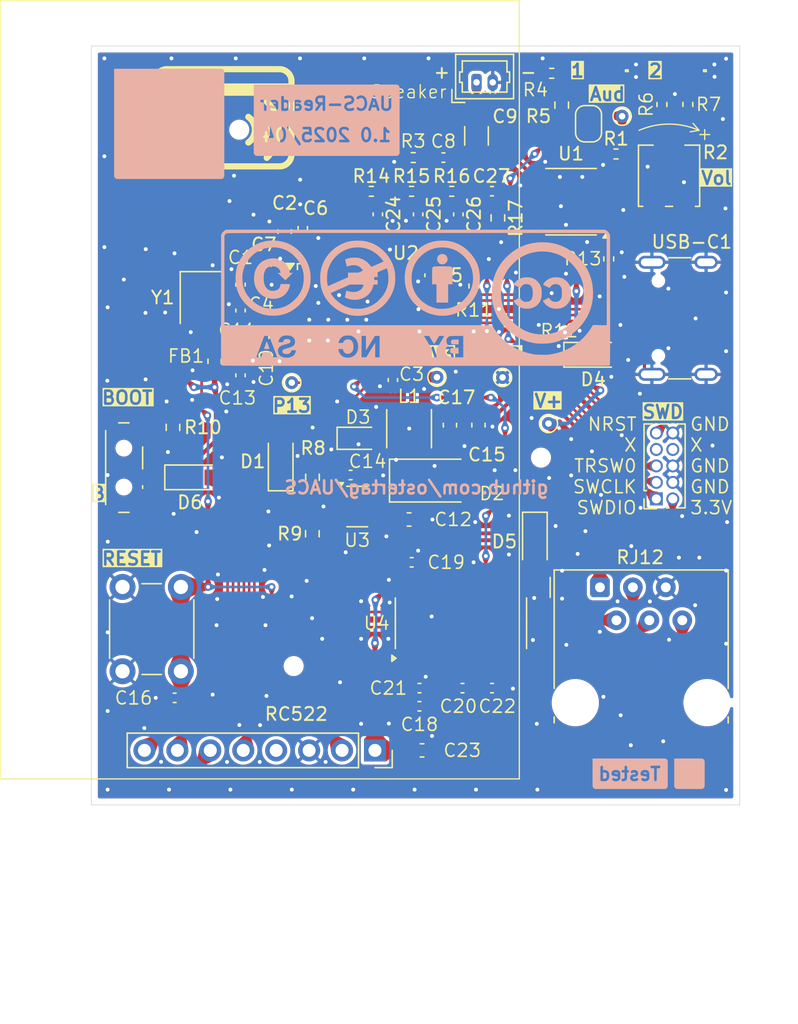
<source format=kicad_pcb>
(kicad_pcb (version 20241229) (generator "pcbnew") (generator_version "9.0")
  (title_block (title "${title}") (date "${date}") (rev "${revision}") (company "CC BY NC SA") (comment 2 "                                  github.com/${github}"))
  (layers (0 "F.Cu" signal) (2 "B.Cu" power) (13 "F.Paste" user) (15 "B.Paste" user) (5 "F.SilkS" user "F.Silkscreen") (7 "B.SilkS" user "B.Silkscreen") (1 "F.Mask" user) (3 "B.Mask" user) (25 "Edge.Cuts" user))
  (property "date" "2025/04")
  (property "github" "ostertag/UACS")
  (property "revision" "1.0")
  (property "title" "UACS Reader")
  (net 0 "")
  (net 1 "/HSE_IN")
  (net 2 "GND")
  (net 3 "+3.3V")
  (net 4 "/HSE_OUT")
  (net 5 "Net-(C8-Pad1)")
  (net 6 "Net-(C8-Pad2)")
  (net 7 "+3.3VA")
  (net 8 "V+")
  (net 9 "Net-(D2-K)")
  (net 10 "Net-(D3-K)")
  (net 11 "NRST")
  (net 12 "Net-(U4-C1-)")
  (net 13 "Net-(U4-C1+)")
  (net 14 "Net-(U4-C2-)")
  (net 15 "Net-(U4-C2+)")
  (net 16 "Net-(U4-VS+)")
  (net 17 "Net-(U4-VS-)")
  (net 18 "Net-(D4-A)")
  (net 19 "Net-(D5-A)")
  (net 20 "Net-(D6-A)")
  (net 21 "BOOT0")
  (net 22 "SWCLK")
  (net 23 "SWDIO")
  (net 24 "TRACESWO")
  (net 25 "USB_D+")
  (net 26 "USB_D-")
  (net 27 "RFID_SDA")
  (net 28 "RFID_RST")
  (net 29 "Net-(U4-R1IN)")
  (net 30 "Net-(U4-T1OUT)")
  (net 31 "Net-(C25-Pad1)")
  (net 32 "Net-(U1-+)")
  (net 33 "LED_R1")
  (net 34 "LED_G1")
  (net 35 "LED_R2")
  (net 36 "LED_G2")
  (net 37 "Net-(U3-Vfb)")
  (net 45 "USART3_RX")
  (net 47 "USART3_TX")
  (net 56 "RFID_IRQ")
  (net 62 "Net-(LED1-A1)")
  (net 63 "Net-(LED1-A2)")
  (net 64 "Net-(LED2-A1)")
  (net 65 "Net-(LED2-A2)")
  (net 66 "Net-(USB-C1-CC1)")
  (net 67 "Net-(USB-C1-CC2)")
  (net 69 "RFID_MISO")
  (net 70 "RFID_SCK")
  (net 71 "RFID_MOSI")
  (net 72 "Net-(BOOT1-A)")
  (net 75 "Net-(JP1-B)")
  (net 79 "Net-(C24-Pad1)")
  (net 80 "Net-(C26-Pad1)")
  (net 81 "Net-(JP1-A)")
  (net 82 "Net-(R1-Pad2)")
  (net 83 "AUDIO_PWM")
  (net 84 "Net-(SP_Conn1-Pin_1)")
  (footprint "Capacitor_SMD:C_0402_1005Metric" (layer "F.Cu") (at 157.2 67.3)
    (property "Reference" "C19")
    (property "Value" "100 nF")
  )
  (footprint "Capacitor_SMD:C_0402_1005Metric" (layer "F.Cu") (at 160.8 40.48 -90)
    (property "Reference" "C26")
    (property "Value" "100 nF")
  )
  (footprint "Diode_SMD:Nexperia_CFP3_SOD-123W" (layer "F.Cu") (at 171.2 51.3)
    (property "Reference" "D4")
    (property "Value" "PMEG2010ER")
  )
  (footprint "Capacitor_SMD:C_0603_1608Metric" (layer "F.Cu") (at 157 64)
    (property "Reference" "C12")
    (property "Value" "10 µF")
  )
  (footprint "Resistor_SMD:R_0402_1005Metric" (layer "F.Cu") (at 178.5 32 90)
    (property "Reference" "R7")
    (property "Value" "68 R")
  )
  (footprint "Resistor_SMD:R_0603_1608Metric" (layer "F.Cu") (at 149.55 60.7425 -90)
    (property "Reference" "R8")
    (property "Value" "75 K")
  )
  (footprint "Connector_Molex:Molex_PicoBlade_53047-0210_1x02_P1.25mm_Vertical" (layer "F.Cu") (at 162.2 30.3)
    (property "Reference" "SP_Conn1" (hide yes))
    (property "Value" "P=1.25mm")
  )
  (footprint "UACS:LED_Kingbright_APHBM2012_2x1.25mm" (layer "F.Cu") (at 172.3944 29.4016 180)
    (property "Reference" "LED1" (hide yes))
    (property "Value" "APHBM2012LSURKZGKC")
  )
  (footprint "Capacitor_SMD:C_0402_1005Metric" (layer "F.Cu") (at 146 44.37 90)
    (property "Reference" "C7")
    (property "Value" "100 nF")
  )
  (footprint "Connector_USB:USB_C_Receptacle_GCT_USB4105-xx-A_16P_TopMnt_Horizontal" (layer "F.Cu") (at 178.83 48.49 90)
    (property "Reference" "USB-C1")
    (property "Value" "USB_C_Receptacle_USB2.0_14P")
  )
  (footprint "Capacitor_SMD:C_1206_3216Metric" (layer "F.Cu") (at 162.2 34.425 90)
    (property "Reference" "C9")
    (property "Value" "100 µF")
  )
  (footprint "UACS:Potentiometer_Bourns_3314J_Vertical" (layer "F.Cu") (at 177.05 37.5)
    (property "Reference" "R2")
    (property "Value" "5 K")
  )
  (footprint "MountingHole:ToolingHole_1.152mm" (layer "F.Cu") (at 167.17 59.23)
    (property "Reference" "H2" (hide yes))
    (property "Value" "MountingHole")
  )
  (footprint "Resistor_SMD:R_0603_1608Metric" (layer "F.Cu") (at 149.54 65.1 90)
    (property "Reference" "R9")
    (property "Value" "24 K")
  )
  (footprint "Diode_SMD:Nexperia_CFP3_SOD-123W" (layer "F.Cu") (at 147.096 59.526 90)
    (property "Reference" "D1")
    (property "Value" "PMEG2010ER")
  )
  (footprint "Package_SO:SOIC-8_3.9x4.9mm_P1.27mm" (layer "F.Cu") (at 169.490898 39.500707 180)
    (property "Reference" "U1")
    (property "Value" "LM386M-1")
  )
  (footprint "Capacitor_SMD:C_0603_1608Metric" (layer "F.Cu") (at 158 81.8)
    (property "Reference" "C23")
    (property "Value" "10 µF")
  )
  (footprint "Button_Switch_SMD:SW_SPDT_PCM12" (layer "F.Cu") (at 135.33 60 -90)
    (property "Reference" "BOOT1" (hide yes))
    (property "Value" "SW_SPDT")
  )
  (footprint "Capacitor_SMD:C_0402_1005Metric" (layer "F.Cu") (at 161.12 77)
    (property "Reference" "C20")
    (property "Value" "100 nF")
  )
  (footprint "UACS:LED_Kingbright_APHBM2012_2x1.25mm" (layer "F.Cu") (at 178.4142 29.4016 180)
    (property "Reference" "LED2" (hide yes))
    (property "Value" "APHBM2012SURKCGKC")
  )
  (footprint "Inductor_SMD:L_Coilcraft_LPS3010" (layer "F.Cu") (at 157 57 90)
    (property "Reference" "L1")
    (property "Value" "15 µH")
  )
  (footprint "Resistor_SMD:R_0402_1005Metric" (layer "F.Cu") (at 162 46 90)
    (property "Reference" "R11")
    (property "Value" "1500 R")
  )
  (footprint "Button_Switch_THT:SW_PUSH_6mm" (layer "F.Cu") (at 139.4 69.2 -90)
    (property "Reference" "RESET1" (hide yes))
    (property "Value" "SW_Push")
  )
  (footprint "Resistor_SMD:R_0402_1005Metric" (layer "F.Cu") (at 171.44 49.45)
    (property "Reference" "R12")
    (property "Value" "5100 R")
  )
  (footprint "MountingHole:ToolingHole_1.152mm" (layer "F.Cu") (at 148.1 75.3)
    (property "Reference" "H3" (hide yes))
    (property "Value" "MountingHole")
  )
  (footprint "Diode_SMD:Nexperia_CFP3_SOD-123W" (layer "F.Cu") (at 140.42 60.75)
    (property "Reference" "D6")
    (property "Value" "PMEG2010ER")
  )
  (footprint "Capacitor_SMD:C_0402_1005Metric" (layer "F.Cu") (at 144 52.88 -90)
    (property "Reference" "C13")
    (property "Value" "1 µF")
  )
  (footprint "Resistor_SMD:R_0603_1608Metric" (layer "F.Cu") (at 138.7902 56.8966 -90)
    (property "Reference" "R10")
    (property "Value" "10 K")
  )
  (footprint "Capacitor_SMD:C_0402_1005Metric" (layer "F.Cu") (at 145.83 49.93 90)
    (property "Reference" "C10")
    (property "Value" "10 nF")
  )
  (footprint "Resistor_SMD:R_0603_1608Metric" (layer "F.Cu") (at 168.77 32.055 90)
    (property "Reference" "R5")
    (property "Value" "560 R")
  )
  (footprint "Capacitor_SMD:C_0402_1005Metric" (layer "F.Cu") (at 138.92 77.75 180)
    (property "Reference" "C16")
    (property "Value" "100 nF")
  )
  (footprint "TestPoint:TestPoint_THTPad_D1.0mm_Drill0.5mm" (layer "F.Cu") (at 159.15 53.03)
    (property "Reference" "TP1" (hide yes))
    (property "Value" "+3.3 V")
  )
  (footprint "Resistor_SMD:R_0402_1005Metric" (layer "F.Cu") (at 172.96 35.82)
    (property "Reference" "R1")
    (property "Value" "20 K")
  )
  (footprint "Capacitor_SMD:C_0402_1005Metric" (layer "F.Cu") (at 144 47.89 90)
    (property "Reference" "C4")
    (property "Value" "10 pF")
  )
  (footprint "LOGO" (layer "F.Cu") (at 142.67 33.03)
    (property "Reference" "G***" (hide yes))
    (property "Value" "LOGO" (hide yes))
  )
  (footprint "Jumper:SolderJumper-2_P1.3mm_Bridged_RoundedPad1.0x1.5mm" (layer "F.Cu") (at 170.84 33.49 90)
    (property "Reference" "JP1" (hide yes))
    (property "Value" "SolderJumper_2_Bridged")
  )
  (footprint "TestPoint:TestPoint_THTPad_D1.0mm_Drill0.5mm" (layer "F.Cu") (at 173.43 32.91)
    (property "Reference" "TP3" (hide yes))
    (property "Value" "Audio")
  )
  (footprint "Capacitor_SMD:C_0603_1608Metric" (layer "F.Cu") (at 147.4 41.8 90)
    (property "Reference" "C2")
    (property "Value" "10 µF")
  )
  (footprint "MountingHole:ToolingHole_1.152mm" (layer "F.Cu") (at 143.900153 33.95)
    (property "Reference" "H1" (hide yes))
    (property "Value" "ToolingHole")
  )
  (footprint "Capacitor_SMD:C_0603_1608Metric" (layer "F.Cu") (at 162.35 56.725 -90)
    (property "Reference" "C15")
    (property "Value" "10 µF")
  )
  (footprint "Capacitor_SMD:C_0402_1005Metric" (layer "F.Cu") (at 148.8 41.522671 90)
    (property "Reference" "C6")
    (property "Value" "100 nF")
  )
  (footprint "Capacitor_SMD:C_0402_1005Metric" (layer "F.Cu") (at 144 45.89 90)
    (property "Reference" "C1")
    (property "Value" "10 pF")
  )
  (footprint "Resistor_SMD:R_0402_1005Metric" (layer "F.Cu") (at 176.5 32.01 90)
    (property "Reference" "R6")
    (property "Value" "56 R")
  )
  (footprint "Resistor_SMD:R_0402_1005Metric" (layer "F.Cu") (at 154.09 38.7)
    (property "Reference" "R14")
    (property "Value" "180 R")
  )
  (footprint "Capacitor_SMD:C_0402_1005Metric" (layer "F.Cu") (at 155.75 53.25 -90)
    (property "Reference" "C3")
    (property "Value" "100 nF")
  )
  (footprint "Crystal:Crystal_SMD_3225-4Pin_3.2x2.5mm" (layer "F.Cu") (at 141 46.89 -90)
    (property "Reference" "Y1")
    (property "Value" "16MHz")
  )
  (footprint "Capacitor_SMD:C_0402_1005Metric" (layer "F.Cu") (at 157.8 78.4)
    (property "Reference" "C18")
    (property "Value" "100 nF")
  )
  (footprint "Resistor_SMD:R_0402_1005Metric" (layer "F.Cu") (at 172.4 43.91 -90)
    (property "Reference" "R13")
    (property "Value" "5100 R")
  )
  (footprint "Capacitor_SMD:C_0402_1005Metric" (layer "F.Cu") (at 157.7 40.48 -90)
    (property "Reference" "C25")
    (property "Value" "100 nF")
  )
  (footprint "Capacitor_SMD:C_0402_1005Metric" (layer "F.Cu") (at 158.58 45.17 -90)
    (property "Reference" "C5")
    (property "Value" "100 nF")
  )
  (footprint "UACS:PinSocket_2x05_P1.27mm_Vertical" (layer "F.Cu") (at 174.3 59.1 90)
    (property "Reference" "SWD1" (hide yes))
    (property "Value" "2x5P, direct insert")
  )
  (footprint "Diode_SMD:D_SOD-323" (layer "F.Cu") (at 153.06 57.74)
    (property "Reference" "D3")
    (property "Value" "1N4148WS")
  )
  (footprint "Capacitor_SMD:C_0402_1005Metric" (layer "F.Cu") (at 144 50.92 -90)
    (property "Reference" "C11")
    (property "Value" "1 µF")
  )
  (footprint "Diode_SMD:D_SMA" (layer "F.Cu") (at 159 61)
    (property "Reference" "D2")
    (property "Value" "B140-E3")
  )
  (footprint "Capacitor_SMD:C_0603_1608Metric" (layer "F.Cu") (at 160.15 56.725 -90)
    (property "Reference" "C17")
    (property "Value" "10 µF")
  )
  (footprint "Capacitor_SMD:C_0402_1005Metric" (layer "F.Cu") (at 154.59 40.48 -90)
    (property "Reference" "C24")
    (property "Value" "100 nF")
  )
  (footprint "Capacitor_SMD:C_0402_1005Metric" (layer "F.Cu") (at 152.49 60.57)
    (property "Reference" "C14")
    (property "Value" "100 nF")
  )
  (footprint "UACS:PinSocket_1x08_P2.54mm_Vertical" (layer "F.Cu") (at 145.8 81.5)
    (property "Reference" "RC522")
    (property "Value" "RFID RC522")
  )
  (footprint "Capacitor_SMD:C_0402_1005Metric" (layer "F.Cu") (at 163.4 77)
    (property "Reference" "C22")
    (property "Value" "100 nF")
  )
  (footprint "Inductor_SMD:L_0603_1608Metric" (layer "F.Cu") (at 142 51.8 -90)
    (property "Reference" "FB1")
    (property "Value" "120 R @ 100 MHz")
  )
  (footprint "Resistor_SMD:R_0402_1005Metric" (layer "F.Cu") (at 157.325 36.1 180)
    (property "Reference" "R3")
    (property "Value" "10 R")
  )
  (footprint "Resistor_SMD:R_0603_1608Metric" (layer "F.Cu") (at 163.85 40.75 90)
    (property "Reference" "R17")
    (property "Value" "82 K")
  )
  (footprint "Package_SO:SOIC-16_3.9x9.9mm_P1.27mm" (layer "F.Cu") (at 161 72 90)
    (property "Reference" "U4")
    (property "Value" "TP3232N-SR")
  )
  (footprint "Capacitor_SMD:C_0402_1005Metric" (layer "F.Cu") (at 163.39 38.69)
    (property "Reference" "C27")
    (property "Value" "10 nF")
  )
  (footprint "Package_TO_SOT_SMD:SOT-23-6" (layer "F.Cu") (at 153 63)
    (property "Reference" "U3")
    (property "Value" "MCP16301Hx-xCH")
  )
  (footprint "Package_QFP:LQFP-48_7x7mm_P0.5mm" (layer "F.Cu") (at 152 47.89)
    (property "Reference" "U2")
    (property "Value" "STM32F103C8T6")
  )
  (footprint "TestPoint:TestPoint_THTPad_D1.0mm_Drill0.5mm" (layer "F.Cu") (at 147.95 53.45)
    (property "Reference" "TP5" (hide yes))
    (property "Value" "RFID_IRQ")
  )
  (footprint "Resistor_SMD:R_0402_1005Metric" (layer "F.Cu") (at 160.29 38.7)
    (property "Reference" "R16")
    (property "Value" "180 R")
  )
  (footprint "Diode_SMD:Nexperia_CFP3_SOD-123W" (layer "F.Cu") (at 166.7 65.7 -90)
    (property "Reference" "D5")
    (property "Value" "PMEG2010ER")
  )
  (footprint "TestPoint:TestPoint_THTPad_D1.0mm_Drill0.5mm" (layer "F.Cu") (at 164.21 53.05)
    (property "Reference" "TP4" (hide yes))
    (property "Value" "GND")
  )
  (footprint "Capacitor_SMD:C_0402_1005Metric" (layer "F.Cu") (at 157.8 77)
    (property "Reference" "C21")
    (property "Value" "100 nF")
  )
  (footprint "Resistor_SMD:R_0402_1005Metric" (layer "F.Cu") (at 157.19 38.7)
    (property "Reference" "R15")
    (property "Value" "180 R")
  )
  (footprint "Resistor_SMD:R_0402_1005Metric" (layer "F.Cu") (at 168 29.6)
    (property "Reference" "R4")
    (property "Value" "330 R")
  )
  (footprint "Capacitor_SMD:C_0402_1005Metric" (layer "F.Cu") (at 159.65 36.1 180)
    (property "Reference" "C8")
    (property "Value" "100 nF")
  )
  (footprint "TestPoint:TestPoint_THTPad_D1.0mm_Drill0.5mm" (layer "F.Cu") (at 167.75 56.6)
    (property "Reference" "TP2" (hide yes))
    (property "Value" "V+")
  )
  (footprint "Connector_RJ:RJ12_Amphenol_54601-x06_Horizontal" (layer "F.Cu") (at 171.72 69.23)
    (property "Reference" "RJ12")
    (property "Value" "6P6C")
  )
  (footprint "LOGO" (layer "B.Cu") (at 157.5 46.9 180)
    (property "Reference" "G***" (hide yes))
    (property "Value" "CC BY-NC-SA 4.0" (hide yes))
  )
  (gr_line (start 179.361101 33.999997) (end 178.681104 34.11) (stroke (width 0.1)) (layer "F.SilkS"))
  (gr_line (start 125.5 24) (end 125.5 84) (stroke (width 0.1)) (layer "F.SilkS"))
  (gr_line (start 165.5 24) (end 125.5 24) (stroke (width 0.1)) (layer "F.SilkS"))
  (gr_line (start 179.361104 34.000001) (end 178.901104 33.46) (stroke (width 0.1)) (layer "F.SilkS"))
  (gr_line (start 155.5 84) (end 165.5 84) (stroke (width 0.1)) (layer "F.SilkS"))
  (gr_arc (start 174.738896 34) (mid 177.05 33.517647) (end 179.361104 34) (stroke (width 0.1)) (layer "F.SilkS"))
  (gr_line (start 165.5 24) (end 165.5 84) (stroke (width 0.1)) (layer "F.SilkS"))
  (gr_line (start 155.5 84) (end 125.5 84) (stroke (width 0.1)) (layer "F.SilkS"))
  (gr_rect (start 145.15 33.35) (end 145.65 35.66) (stroke (width 0.1)) (fill yes) (layer "B.SilkS"))
  (gr_rect (start 155.76 30.72) (end 156.02 35.57) (stroke (width 0.1)) (fill yes) (layer "B.SilkS"))
  (gr_rect (start 145.25 30.72) (end 156.02 31.2) (stroke (width 0.1)) (fill yes) (layer "B.SilkS"))
  (gr_rect (start 155.61 33.35) (end 156.11 35.66) (stroke (width 0.1)) (fill yes) (layer "B.SilkS"))
  (gr_rect (start 177.6975 82.675) (end 179.5475 84.525) (stroke (width 0.5)) (fill yes) (layer "B.SilkS"))
  (gr_rect (start 145.27 35.23) (end 156.04 35.71) (stroke (width 0.1)) (fill yes) (layer "B.SilkS"))
  (gr_rect (start 145.27 30.72) (end 156.02 35.72) (stroke (width 0.5)) (fill no) (layer "B.SilkS"))
  (gr_rect (start 134.5 29.5) (end 142.5 37.5) (stroke (width 0.5)) (fill yes) (layer "B.SilkS"))
  (gr_rect (start 145.27 32.6) (end 156.07 33.57) (stroke (width 0.1)) (fill yes) (layer "B.SilkS"))
  (gr_rect (start 171.4 82.675) (end 176.7 84.525) (stroke (width 0.5)) (fill no) (layer "B.SilkS"))
  (gr_line (start 182.5 84.5) (end 182.5 86) (stroke (width 0.05)) (layer "Edge.Cuts"))
  (gr_line (start 132.5 86) (end 182.5 86) (stroke (width 0.05)) (layer "Edge.Cuts"))
  (gr_line (start 132.5 27.5) (end 132.5 86) (stroke (width 0.05)) (layer "Edge.Cuts"))
  (gr_line (start 182.5 27.5) (end 132.5 27.5) (stroke (width 0.05)) (layer "Edge.Cuts"))
  (gr_line (start 182.5 84.5) (end 182.5 27.5) (stroke (width 0.05)) (layer "Edge.Cuts"))
  (gr_text "-" (at 166.2 29.5 0) (layer "F.SilkS") (effects (font (size 1 1))))
  (gr_text "NRST\nX\nTRSW0\nSWCLK\nSWDIO" (at 174.625 63.675513 0) (layer "F.SilkS") (effects (font (size 1 1) (thickness 0.125)) (justify right bottom)))
  (gr_text "P13" (at 147.95 54.65 0) (layer "F.SilkS" knockout) (effects (font (size 1 1) (thickness 0.2) (bold yes)) (justify top)))
  (gr_text "Vol" (at 180.7 38.264 0) (layer "F.SilkS" knockout) (effects (font (size 1 1) (thickness 0.2) (bold yes)) (justify bottom)))
  (gr_text "+" (at 159.525 29.5 0) (layer "F.SilkS") (effects (font (size 1 1))))
  (gr_text "1" (at 170.6 29.4016 0) (layer "F.SilkS" knockout) (effects (font (size 1 1) (thickness 0.2) (bold yes)) (justify right)))
  (gr_text "B" (at 132.4 62 0) (layer "F.SilkS" knockout) (effects (font (size 1 1) (thickness 0.2) (bold yes)) (justify left)))
  (gr_text "RESET" (at 133.2 67.6 0) (layer "F.SilkS" knockout) (effects (font (size 1 1) (thickness 0.2) (bold yes)) (justify left bottom)))
  (gr_text "Aud" (at 172.3 31.8 0) (layer "F.SilkS" knockout) (effects (font (size 1 1) (thickness 0.2) (bold yes)) (justify bottom)))
  (gr_text "GND\nX\nGND\nGND\n3.3V" (at 178.6 63.675513 0) (layer "F.SilkS") (effects (font (size 1 1) (thickness 0.125)) (justify left bottom)))
  (gr_text "BOOT" (at 133.2 55.2 0) (layer "F.SilkS" knockout) (effects (font (size 1 1) (thickness 0.2) (bold yes)) (justify left bottom)))
  (gr_text "V+" (at 167.75 55.45 0) (layer "F.SilkS" knockout) (effects (font (size 1 1) (thickness 0.2) (bold yes)) (justify bottom)))
  (gr_text "2" (at 176.6 29.4016 0) (layer "F.SilkS" knockout) (effects (font (size 1 1) (thickness 0.2) (bold yes)) (justify right)))
  (gr_text "Speaker" (at 159.975 31.025 0) (layer "F.SilkS") (effects (font (size 1 1) (thickness 0.1)) (justify right)))
  (gr_text "+" (at 179.8 34.25 0) (layer "F.SilkS") (effects (font (size 1 1) (thickness 0.1))))
  (gr_text "GND" (at 164.2 51.9 0) (layer "F.SilkS" knockout) (effects (font (size 1 1) (thickness 0.2) (bold yes)) (justify bottom)))
  (gr_text "SWD" (at 176.575 56.3 0) (layer "F.SilkS" knockout) (effects (font (size 1 1) (thickness 0.2) (bold yes)) (justify bottom)))
  (gr_text "3V3" (at 159.15 51.9 0) (layer "F.SilkS" knockout) (effects (font (size 1 1) (thickness 0.2) (bold yes)) (justify bottom)))
  (gr_text "1.0 2025/04" (at 150.645 34.37 0) (layer "B.SilkS" knockout) (effects (font (size 1 1) (thickness 0.2) (bold yes)) (justify mirror)))
  (gr_text "Tested" (at 174 83.625 0) (layer "B.SilkS" knockout) (effects (font (size 1 1) (thickness 0.2) (bold yes)) (justify mirror)))
  (gr_text "UACS-Reader" (at 150.645 31.37 0) (layer "B.SilkS" knockout) (effects (font (size 1 1) (thickness 0.2) (bold yes)) (justify top mirror)))
  (gr_text "github.com/ostertag/UACS" (at 167.866668 60.95 0) (layer "B.SilkS") (effects (font (size 1 1) (thickness 0.2) (bold yes)) (justify left top mirror)))
  (segment (start 147.8375 47.14) (end 145.94 47.14) (width 0.2) (layer "F.Cu") (net 1))
  (segment (start 145.17 46.37) (end 144 46.37) (width 0.2) (layer "F.Cu") (net 1))
  (segment (start 142.58 46.82) (end 143.03 46.37) (width 0.2) (layer "F.Cu") (net 1))
  (segment (start 141.12 46.82) (end 142.58 46.82) (width 0.2) (layer "F.Cu") (net 1))
  (segment (start 143.03 46.37) (end 144 46.37) (width 0.2) (layer "F.Cu") (net 1))
  (segment (start 140.15 45.85) (end 141.12 46.82) (width 0.2) (layer "F.Cu") (net 1))
  (segment (start 145.94 47.14) (end 145.17 46.37) (width 0.2) (layer "F.Cu") (net 1))
  (segment (start 180.4894 28.9266) (end 180.497 28.919) (width 0.3) (layer "F.Cu") (net 2))
  (segment (start 173.2944 28.9266) (end 174.495 28.9266) (width 0.3) (layer "F.Cu") (net 2))
  (segment (start 147.8375 48.64) (end 145.96 48.64) (width 0.3) (layer "F.Cu") (net 2))
  (segment (start 149.7 63) (end 149.54 63.16) (width 0.3) (layer "F.Cu") (net 2))
  (segment (start 154.25 53.23) (end 154.75 53.73) (width 0.3) (layer "F.Cu") (net 2))
  (segment (start 156.1625 45.64) (end 157.69 45.64) (width 0.3) (layer "F.Cu") (net 2))
  (segment (start 143.5 44.5) (end 143.3 44.7) (width 0.3) (layer "F.Cu") (net 2))
  (segment (start 173.42 43.38) (end 173.4 43.4) (width 0.3) (layer "F.Cu") (net 2))
  (segment (start 164.97 77) (end 165.01 77.04) (width 0.3) (layer "F.Cu") (net 2))
  (segment (start 144 44.6) (end 143.9 44.5) (width 0.3) (layer "F.Cu") (net 2))
  (segment (start 147.4 41.025) (end 146.225 41.025) (width 0.3) (layer "F.Cu") (net 2))
  (segment (start 140.15 47.99) (end 140.15 49.55) (width 0.3) (layer "F.Cu") (net 2))
  (segment (start 174.495 29.8766) (end 174.5026 29.8842) (width 0.3) (layer "F.Cu") (net 2))
  (segment (start 148.8 41.042671) (end 149.442671 41.042671) (width 0.3) (layer "F.Cu") (net 2))
  (segment (start 155.75 53.73) (end 154.75 53.73) (width 0.3) (layer "F.Cu") (net 2))
  (segment (start 144 51.4) (end 144.6 51.4) (width 0.3) (layer "F.Cu") (net 2))
  (segment (start 144 45.41) (end 144 44.6) (width 0.3) (layer "F.Cu") (net 2))
  (segment (start 157.69 45.64) (end 157.7 45.65) (width 0.3) (layer "F.Cu") (net 2))
  (segment (start 149.442671 41.042671) (end 150 41.6) (width 0.3) (layer "F.Cu") (net 2))
  (segment (start 179.3142 28.9266) (end 180.4894 28.9266) (width 0.3) (layer "F.Cu") (net 2))
  (segment (start 150.4 63) (end 149.7 63) (width 0.3) (layer "F.Cu") (net 2))
  (segment (start 143.9 44.5) (end 143.5 44.5) (width 0.3) (layer "F.Cu") (net 2))
  (segment (start 144 47.41) (end 143.11 47.41) (width 0.3) (layer "F.Cu") (net 2))
  (segment (start 138.7902 55.3902) (end 138.3 54.9) (width 0.3) (layer "F.Cu") (net 2))
  (segment (start 174.495 28.9266) (end 174.5026 28.919) (width 0.3) (layer "F.Cu") (net 2))
  (segment (start 179.3142 29.8766) (end 180.5534 29.8766) (width 0.3) (layer "F.Cu") (net 2))
  (segment (start 157.775 64) (end 158.8 64) (width 0.3) (layer "F.Cu") (net 2))
  (segment (start 164.1096 42.625) (end 164.1 42.625) (width 0.3) (layer "F.Cu") (net 2))
  (segment (start 157.825 68.125) (end 157.68 67.98) (width 0.3) (layer "F.Cu") (net 2))
  (segment (start 173.2944 29.8766) (end 174.495 29.8766) (width 0.3) (layer "F.Cu") (net 2))
  (segment (start 164 77) (end 164.97 77) (width 0.3) (layer "F.Cu") (net 2))
  (segment (start 141.85 44.4) (end 141.85 45.79) (width 0.3) (layer "F.Cu") (net 2))
  (segment (start 138.44 77.75) (end 137.46 77.75) (width 0.3) (layer "F.Cu") (net 2))
  (segment (start 154.25 52.0525) (end 154.25 53.23) (width 0.3) (layer "F.Cu") (net 2))
  (segment (start 163.85 41.575) (end 163.85 42.375) (width 0.3) (layer "F.Cu") (net 2))
  (segment (start 157.7 45.65) (end 158.58 45.65) (width 0.3) (layer "F.Cu") (net 2))
  (segment (start 140.15 49.55) (end 140.16 49.56) (width 0.3) (layer "F.Cu") (net 2))
  (segment (start 149.54 63.16) (end 149.54 64.1875) (width 0.3) (layer "F.Cu") (net 2))
  (segment (start 180.5534 29.8766) (end 180.56 29.87) (width 0.3) (layer "F.Cu") (net 2))
  (segment (start 175.15 51.69) (end 173.91 51.69) (width 0.3) (layer "F.Cu") (net 2))
  (segment (start 143.11 47.41) (end 143.1 47.4) (width 0.3) (layer "F.Cu") (net 2))
  (segment (start 156.71 36.1) (end 156.175 36.1) (width 0.3) (layer "F.Cu") (net 2))
  (segment (start 170.93 49.45) (end 170.15 49.45) (width 0.3) (layer "F.Cu") (net 2))
  (segment (start 178.2 38) (end 178.2 39.5) (width 0.3) (layer "F.Cu") (net 2))
  (segment (start 138.7902 56.0716) (end 138.7902 55.3902) (width 0.3) (layer "F.Cu") (net 2))
  (segment (start 146 43.89) (end 147.059999 43.890001) (width 0.3) (layer "F.Cu") (net 2))
  (segment (start 163.85 42.375) (end 164.1 42.625) (width 0.3) (layer "F.Cu") (net 2))
  (segment (start 145 53.4) (end 144.04 53.4) (width 0.3) (layer "F.Cu") (net 2))
  (segment (start 173.4 43.4) (end 172.4 43.4) (width 0.3) (layer "F.Cu") (net 2))
  (segment (start 147.8375 48.64) (end 149.26 48.64) (width 0.3) (layer "F.Cu") (net 2))
  (segment (start 149.75 43.7275) (end 149.75 42.55) (width 0.3) (layer "F.Cu") (net 2))
  (segment (start 157.68 67.98) (end 157.68 67.3) (width 0.3) (layer "F.Cu") (net 2))
  (segment (start 144.6 51.4) (end 144.95 51.75) (width 0.3) (layer "F.Cu") (net 2))
  (segment (start 157.825 69.525) (end 157.825 68.125) (width 0.3) (layer "F.Cu") (net 2))
  (segment (start 149.75 42.55) (end 150 42.3) (width 0.3) (layer "F.Cu") (net 2))
  (segment (start 149.26 48.64) (end 149.3 48.6) (width 0.3) (layer "F.Cu") (net 2))
  (segment (start 173.91 51.69) (end 173.9 51.7) (width 0.3) (layer "F.Cu") (net 2))
  (segment (start 150 41.6) (end 150 42.3) (width 0.3) (layer "F.Cu") (net 2))
  (segment (start 175.15 45.29) (end 173.6 45.29) (width 0.3) (layer "F.Cu") (net 2))
  (segment (start 150.4 63) (end 151.8625 63) (width 0.3) (layer "F.Cu") (net 2))
  (segment (start 158.28 77) (end 158.279999 76.120001) (width 0.3) (layer "F.Cu") (net 2))
  (segment (start 157.68 66.42) (end 157.7 66.4) (width 0.3) (layer "F.Cu") (net 2))
  (segment (start 145.96 48.64) (end 145.83 48.77) (width 0.3) (layer "F.Cu") (net 2))
  (segment (start 156.175 36.1) (end 155.85 36.425) (width 0.3) (layer "F.Cu") (net 2))
  (segment (start 158.77 81.995) (end 158.77 80.69) (width 0.3) (layer "F.Cu") (net 2))
  (segment (start 145.83 48.77) (end 145.83 49.45) (width 0.3) (layer "F.Cu") (net 2))
  (segment (start 157.68 67.3) (end 157.68 66.42) (width 0.3) (layer "F.Cu") (net 2))
  (via (at 165.575 38.25) (size 0.6) (drill 0.3) (layers "F.Cu" "B.Cu") (net 2))
  (via (at 153.54375 28.45) (size 0.6) (drill 0.3) (layers "F.Cu" "B.Cu") (net 2))
  (via (at 140.27 54.78) (size 0.6) (drill 0.3) (layers "F.Cu" "B.Cu") (net 2))
  (via (at 155 60.6) (size 0.6) (drill 0.3) (layers "F.Cu" "B.Cu") (net 2))
  (via (at 173.4 57.5) (size 0.6) (drill 0.3) (layers "F.Cu" "B.Cu") (net 2))
  (via (at 155.25 65.3) (size 0.6) (drill 0.3) (layers "F.Cu" "B.Cu") (net 2))
  (via (at 163.94 49.54) (size 0.6) (drill 0.3) (layers "F.Cu" "B.Cu") (net 2))
  (via (at 142.2 70.13) (size 0.6) (drill 0.3) (layers "F.Cu" "B.Cu") (net 2))
  (via (at 164.1 42.625) (size 0.6) (drill 0.3) (layers "F.Cu" "B.Cu") (net 2))
  (via (at 172.6 53) (size 0.6) (drill 0.3) (layers "F.Cu" "B.Cu") (net 2))
  (via (at 136.69 43.16) (size 0.6) (drill 0.3) (layers "F.Cu" "B.Cu") (net 2))
  (via (at 142.15 72.15) (size 0.6) (drill 0.3) (layers "F.Cu" "B.Cu") (net 2))
  (via (at 155.4 73.2) (size 0.6) (drill 0.3) (layers "F.Cu" "B.Cu") (net 2))
  (via (at 150 47.3) (size 0.6) (drill 0.3) (layers "F.Cu" "B.Cu") (net 2))
  (via (at 155.52 43.19) (size 0.6) (drill 0.3) (layers "F.Cu" "B.Cu") (net 2))
  (via (at 174.5026 29.8842) (size 0.6) (drill 0.3) (layers "F.Cu" "B.Cu") (net 2))
  (via (at 155.73 40.98) (size 0.6) (drill 0.3) (layers "F.Cu" "B.Cu") (net 2))
  (via (at 133.75 78.7625) (size 0.6) (drill 0.3) (layers "F.Cu" "B.Cu") (net 2))
  (via (at 180.4 58.3) (size 0.6) (drill 0.3) (layers "F.Cu" "B.Cu") (net 2))
  (via (at 159.89 40.97) (size 0.6) (drill 0.3) (layers "F.Cu" "B.Cu") (net 2))
  (via (at 177.5 31.2) (size 0.6) (drill 0.3) (layers "F.Cu" "B.Cu") (net 2))
  (via (at 138.4 58.8) (size 0.6) (drill 0.3) (layers "F.Cu" "B.Cu") (net 2))
  (via (at 170.6 64.9) (size 0.6) (drill 0.3) (layers "F.Cu" "B.Cu") (net 2))
  (via (at 171.96 36.66) (size 0.6) (drill 0.3) (layers "F.Cu" "B.Cu") (net 2))
  (via (at 145 40.5) (size 0.6) (drill 0.3) (layers "F.Cu" "B.Cu") (net 2))
  (via (at 152.233333 48.6) (size 0.6) (drill 0.3) (layers "F.Cu" "B.Cu") (net 2))
  (via (at 158.16 53.94) (size 0.6) (drill 0.3) (layers "F.Cu" "B.Cu") (net 2))
  (via (at 136.67 48.07) (size 0.6) (drill 0.3) (layers "F.Cu" "B.Cu") (net 2))
  (via (at 148.6 37.8) (size 0.6) (drill 0.3) (layers "F.Cu" "B.Cu") (net 2))
  (via (at 165.24 44.96) (size 0.6) (drill 0.3) (layers "F.Cu" "B.Cu") (net 2))
  (via (at 169.1 41.28) (size 0.6) (drill 0.3) (layers "F.Cu" "B.Cu") (net 2))
  (via (at 178.2 38) (size 0.6) (drill 0.3) (layers "F.Cu" "B.Cu") (net 2))
  (via (at 177 50.8) (size 0.6) (drill 0.3) (layers "F.Cu" "B.Cu") (net 2))
  (via (at 133.75 47.641667) (size 0.6) (drill 0.3) (layers "F.Cu" "B.Cu") (net 2))
  (via (at 181.4 40.015413) (size 0.6) (drill 0.3) (layers "F.Cu" "B.Cu") (net 2))
  (via (at 142.33 62.31) (size 0.6) (drill 0.3) (layers "F.Cu" "B.Cu") (net 2))
  (via (at 145.85 67.89) (size 0.6) (drill 0.3) (layers "F.Cu" "B.Cu") (net 2))
  (via (at 143.91 79.84) (size 0.6) (drill 0.3) (layers "F.Cu" "B.Cu") (net 2))
  (via (at 133.5 43) (size 0.6) (drill 0.3) (layers "F.Cu" "B.Cu") (net 2))
  (via (at 166.65 70.05) (size 0.6) (drill 0.3) (layers "F.Cu" "B.Cu") (net 2))
  (via (at 166.85 79.75) (size 0.6) (drill 0.3) (layers "F.Cu" "B.Cu") (net 2))
  (via (at 133.76 65.71) (size 0.6) (drill 0.3) (layers "F.Cu" "B.Cu") (net 2))
  (via (at 167.5 36.425) (size 0.6) (drill 0.3) (layers "F.Cu" "B.Cu") (net 2))
  (via (at 145.925 72.15) (size 0.6) (drill 0.3) (layers "F.Cu" "B.Cu") (net 2))
  (via (at 174.5026 28.919) (size 0.6) (drill 0.3) (layers "F.Cu" "B.Cu") (net 2))
  (via (at 158.77 80.69) (size 0.6) (drill 0.3) (layers "F.Cu" "B.Cu") (net 2))
  (via (at 153.3 70.3) (size 0.6) (drill 0.3) (layers "F.Cu" "B.Cu") (net 2))
  (via (at 150 42.3) (size 0.6) (drill 0.3) (layers "F.Cu" "B.Cu") (net 2))
  (via (at 146.225 41.025) (size 0.6) (drill 0.3) (layers "F.Cu" "B.Cu") (net 2))
  (via (at 153.3 73.2) (size 0.6) (drill 0.3) (layers "F.Cu" "B.Cu") (net 2))
  (via (at 152.69 84.825) (size 0.6) (drill 0.3) (layers "F.Cu" "B.Cu") (net 2))
  (via (at 140.16 49.56) (size 0.6) (drill 0.3) (layers "F.Cu" "B.Cu") (net 2))
  (via (at 177.81 66.94) (size 0.6) (drill 0.3) (layers "F.Cu" "B.Cu") (net 2))
  (via (at 149.56 56.91) (size 0.6) (drill 0.3) (layers "F.Cu" "B.Cu") (net 2))
  (via (at 173.6 45.29) (size 0.6) (drill 0.3) (layers "F.Cu" "B.Cu") (net 2))
  (via (at 143.15 39.45) (size 0.6) (drill 0.3) (layers "F.Cu" "B.Cu") (net 2))
  (via (at 150.733333 50.2) (size 0.6) (drill 0.3) (layers "F.Cu" "B.Cu") (net 2))
  (via (at 162.16 84.825) (size 0.6) (drill 0.3) (layers "F.Cu" "B.Cu") (net 2))
  (via (at 168 46.55) (size 0.6) (drill 0.3) (layers "F.Cu" "B.Cu") (net 2))
  (via (at 155.85 36.425) (size 0.6) (drill 0.3) (layers "F.Cu" "B.Cu") (net 2))
  (via (at 179.06 70.61) (size 0.6) (drill 0.3) (layers "F.Cu" "B.Cu") (net 2))
  (via (at 163.15 43.925) (size 0.6) (drill 0.3) (layers "F.Cu" "B.Cu") (net 2))
  (via (at 170.36 37.59) (size 0.6) (drill 0.3) (layers "F.Cu" "B.Cu") (net 2))
  (via (at 168.71 39.85) (size 0.6) (drill 0.3) (layers "F.Cu" "B.Cu") (net 2))
  (via (at 149.1 68.73) (size 0.6) (drill 0.3) (layers "F.Cu" "B.Cu") (net 2))
  (via (at 143.1 47.4) (size 0.6) (drill 0.3) (layers "F.Cu" "B.Cu") (net 2))
  (via (at 158.8 64) (size 0.6) (drill 0.3) (layers "F.Cu" "B.Cu") (net 2))
  (via (at 181.45 46.5) (size 0.6) (drill 0.3) (layers "F.Cu" "B.Cu") (net 2))
  (via (at 149.3 48.6) (size 0.6) (drill 0.3) (layers "F.Cu" "B.Cu") (net 2))
  (via (at 152.11 66.53) (size 0.6) (drill 0.3) (layers "F.Cu" "B.Cu") (net 2))
  (via (at 170 66.65) (size 0.6) (drill 0.3) (layers "F.Cu" "B.Cu") (net 2))
  (via (at 142.26 68.24) (size 0.6) (drill 0.3) (layers "F.Cu" "B.Cu") (net 2))
  (via (at 167.8 60.8) (size 0.6) (drill 0.3) (layers "F.Cu" "B.Cu") (net 2))
  (via (at 133.75 60.575) (size 0.6) (drill 0.3) (layers "F.Cu" "B.Cu") (net 2))
  (via (at 142.9 55.675) (size 0.6) (drill 0.3) (layers "F.Cu" "B.Cu") (net 2))
  (via (at 146.15 63.38) (size 0.6) (drill 0.3) (layers "F.Cu" "B.Cu") (net 2))
  (via (at 155.44 68.65) (size 0.6) (drill 0.3) (layers "F.Cu" "B.Cu") (net 2))
  (via (at 177 46.2) (size 0.6) (drill 0.3) (layers "F.Cu" "B.Cu") (net 2))
  (via (at 150.766667 48.6) (size 0.6) (drill 0.3) (layers "F.Cu" "B.Cu") (net 2))
  (via (at 153.1 58.2) (size 0.6) (drill 0.3) (layers "F.Cu" "B.Cu") (net 2))
  (via (at 169.1 45.05) (size 0.6) (drill 0.3) (layers "F.Cu" "B.Cu") (net 2))
  (via (at 158.5 28.45) (size 0.6) (drill 0.3) (layers "F.Cu" "B.Cu") (net 2))
  (via (at 148.6 39.7) (size 0.6) (drill 0.3) (layers "F.Cu" "B.Cu") (net 2))
  (via (at 147.955 84.825) (size 0.6) (drill 0.3) (layers "F.Cu" "B.Cu") (net 2))
  (via (at 138.675 28.45) (size 0.6) (drill 0.3) (layers "F.Cu" "B.Cu") (net 2))
  (via (at 171.99 77.67) (size 0.6) (drill 0.3) (layers "F.Cu" "B.Cu") (net 2))
  (via (at 146 77.6) (size 0.6) (drill 0.3) (layers "F.Cu" "B.Cu") (net 2))
  (via (at 165.01 77.04) (size 0.6) (drill 0.3) (layers "F.Cu" "B.Cu") (net 2))
  (via (at 137.46 77.75) (size 0.6) (drill 0.3) (layers "F.Cu" "B.Cu") (net 2))
  (via (at 135 45.5) (size 0.6) (drill 0.3) (layers "F.Cu" "B.Cu") (net 2))
  (via (at 140.61 64.97) (size 0.6) (drill 0.3) (layers "F.Cu" "B.Cu") (net 2))
  (via (at 146.4 45.9) (size 0.6) (drill 0.3) (layers "F.Cu" "B.Cu") (net 2))
  (via (at 166.55 73.29) (size 0.6) (drill 0.3) (layers "F.Cu" "B.Cu") (net 2))
  (via (at 156 59.4) (size 0.6) (drill 0.3) (layers "F.Cu" "B.Cu") (net 2))
  (via (at 144.95 51.75) (size 0.6) (drill 0.3) (layers "F.Cu" "B.Cu") (net 2))
  (via (at 141.85 44.4) (size 0.6) (drill 0.3) (layers "F.Cu" "B.Cu") (net 2))
  (via (at 173.52 40.14) (size 0.6) (drill 0.3) (layers "F.Cu" "B.Cu") (net 2))
  (via (at 137.87 82.68) (size 0.6) (drill 0.3) (layers "F.Cu" "B.Cu") (net 2))
  (via (at 151.45 54.9) (size 0.6) (drill 0.3) (layers "F.Cu" "B.Cu") (net 2))
  (via (at 179.38 66.94) (size 0.6) (drill 0.3) (layers "F.Cu" "B.Cu") (net 2))
  (via (at 171.71 72.66) (size 0.6) (drill 0.3) (layers "F.Cu" "B.Cu") (net 2))
  (via (at 140.3 52.5) (size 0.6) (drill 0.3) (layers "F.Cu" "B.Cu") (net 2))
  (via (at 157.425 84.825) (size 0.6) (drill 0.3) (layers "F.Cu" "B.Cu") (net 2))
  (via (at 181.45 28.475) (size 0.6) (drill 0.3) (layers "F.Cu" "B.Cu") (net 2))
  (via (at 166.895 84.825) (size 0.6) (drill 0.3) (layers "F.Cu" "B.Cu") (net 2))
  (via (at 151 58.6) (size 0.6) (drill 0.3) (layers "F.Cu" "B.Cu") (net 2))
  (via (at 181.2 33.124652) (size 0.6) (drill 0.3) (layers "F.Cu" "B.Cu") (net 2))
  (via (at 176.6 81.1) (size 0.6) (drill 0.3) (layers "F.Cu" "B.Cu") (net 2))
  (via (at 143.3 44.7) (size 0.6) (drill 0.3) (layers "F.Cu" "B.Cu") (net 2))
  (via (at 157.72 47.79) (size 0.6) (drill 0.3) (layers "F.Cu" "B.Cu") (net 2))
  (via (at 151.6 46.7) (size 0.6) (drill 0.3) (layers "F.Cu" "B.Cu") (net 2))
  (via (at 157.7 66.4) (size 0.6) (drill 0.3) (layers "F.Cu" "B.Cu") (net 2))
  (via (at 169.5 60.6) (size 0.6) (drill 0.3) (layers "F.Cu" "B.Cu") (net 2))
  (via (at 133.5 28.45) (size 0.6) (drill 0.3) (layers "F.Cu" "B.Cu") (net 2))
  (via (at 147.94 69.93) (size 0.6) (drill 0.3) (layers "F.Cu" "B.Cu") (net 2))
  (via (at 138.19 48.04) (size 0.6) (drill 0.3) (layers "F.Cu" "B.Cu") (net 2))
  (via (at 145.48 82.69) (size 0.6) (drill 0.3) (layers "F.Cu" "B.Cu") (net 2))
  (via (at 168.8 70.1) (size 0.6) (drill 0.3) (layers "F.Cu" "B.Cu") (net 2))
  (via (at 136.68 53.2) (size 0.6) (drill 0.3) (layers "F.Cu" "B.Cu") (net 2))
  (via (at 143.63125 28.45) (size 0.6) (drill 0.3) (layers "F.Cu" "B.Cu") (net 2))
  (via (at 175.4 36.8) (size 0.6) (drill 0.3) (layers "F.Cu" "B.Cu") (net 2))
  (via (at 170.15 49.45) (size 0.6) (drill 0.3) (layers "F.Cu" "B.Cu") (net 2))
  (via (at 145 53.4) (size 0.6) (drill 0.3) (layers "F.Cu" "B.Cu") (net 2))
  (via (at 136.58 80.08) (size 0.6) (drill 0.3) (layers "F.Cu" "B.Cu") (net 2))
  (via (at 180.56 29.87) (size 0.6) (drill 0.3) (layers "F.Cu" "B.Cu") (net 2))
  (via (at 171.7 46.8) (size 0.6) (drill 0.3) (layers "F.Cu" "B.Cu") (net 2))
  (via (at 181.45 73.575) (size 0.6) (drill 0.3) (layers "F.Cu" "B.Cu") (net 2))
  (via (at 145.73 69.97) (size 0.6) (drill 0.3) (layers "F.Cu" "B.Cu") (net 2))
  (via (at 133.725 53.3) (size 0.6) (drill 0.3) (layers "F.Cu" "B.Cu") (net 2))
  (via (at 133.75 84.825) (size 0.6) (drill 0.3) (layers "F.Cu" "B.Cu") (net 2))
  (via (at 168.8 67.95) (size 0.6) (drill 0.3) (layers "F.Cu" "B.Cu") (net 2))
  (via (at 163.6 60.2) (size 0.6) (drill 0.3) (layers "F.Cu" "B.Cu") (net 2))
  (via (at 181.45 67.9375) (size 0.6) (drill 0.3) (layers "F.Cu" "B.Cu") (net 2))
  (via (at 173.08 70.31) (size 0.6) (drill 0.3) (layers "F.Cu" "B.Cu") (net 2))
  (via (at 165.2 60.2) (size 0.6) (drill 0.3) (layers "F.Cu" "B.Cu") (net 2))
  (via (at 157.7 45.65) (size 0.6) (drill 0.3) (layers "F.Cu" "B.Cu") (net 2))
  (via (at 161.98 49.5) (size 0.6) (drill 0.3) (layers "F.Cu" "B.Cu") (net 2))
  (via (at 149.3 50.2) (size 0.6) (drill 0.3) (layers "F.Cu" "B.Cu") (net 2))
  (via (at 143.5 37.5) (size 0.6) (drill 0.3) (layers "F.Cu" "B.Cu") (net 2))
  (via (at 153.8 47.2) (size 0.6) (drill 0.3) (layers "F.Cu" "B.Cu") (net 2))
  (via (at 151.675 76.55) (size 0.6) (drill 0.3) (layers "F.Cu" "B.Cu") (net 2))
  (via (at 163.93 47.77) (size 0.6) (drill 0.3) (layers "F.Cu" "B.Cu") (net 2))
  (via (at 156.76 40.97) (size 0.6) (drill 0.3) (layers "F.Cu" "B.Cu") (net 2))
  (via (at 169.5 57.8) (size 0.6) (drill 0.3) (layers "F.Cu" "B.Cu") (net 2))
  (via (at 174.8 54.3) (size 0.6) (drill 0.3) (layers "F.Cu" "B.Cu") (net 2))
  (via (at 138.841 63.5646) (size 0.6) (drill 0.3) (layers "F.Cu" "B.Cu") (net 2))
  (via (at 142.96 82.69) (size 0.6) (drill 0.3) (layers "F.Cu" "B.Cu") (net 2))
  (via (at 149.52 71.61) (size 0.6) (drill 0.3) (layers "F.Cu" "B.Cu") (net 2))
  (via (at 138.91 43.48) (size 0.6) (drill 0.3) (layers "F.Cu" "B.Cu") (net 2))
  (via (at 160.95 45.9) (size 0.6) (drill 0.3) (layers "F.Cu" "B.Cu") (net 2))
  (via (at 158.97 59.87) (size 0.6) (drill 0.3) (layers "F.Cu" "B.Cu") (net 2))
  (via (at 153.3 79.75) (size 0.6) (drill 0.3) (layers "F.Cu" "B.Cu") (net 2))
  (via (at 163.43 56.84) (size 0.6) (drill 0.3) (layers "F.Cu" "B.Cu") (net 2))
  (via (at 179.1 48.5) (size 0.6) (drill 0.3) (layers "F.Cu" "B.Cu") (net 2))
  (via (at 173.32 79.09) (size 0.6) (drill 0.3) (layers "F.Cu" "B.Cu") (net 2))
  (via (at 164.7 66.7) (size 0.6) (drill 0.3) (layers "F.Cu" "B.Cu") (net 2))
  (via (at 173.3 49) (size 0.6) (drill 0.3) (layers "F.Cu" "B.Cu") (net 2))
  (via (at 157.8 49.5) (size 0.6) (drill 0.3) (layers "F.Cu" "B.Cu") (net 2))
  (via (at 174.85 63.1) (size 0.6) (drill 0.3) (layers "F.Cu" "B.Cu") (net 2))
  (via (at 168.63 37.59) (size 0.6) (drill 0.3) (layers "F.Cu" "B.Cu") (net 2))
  (via (at 174.14 66.05) (size 0.6) (drill 0.3) (layers "F.Cu" "B.Cu") (net 2))
  (via (at 155.5 70.4) (size 0.6) (drill 0.3) (layers "F.Cu" "B.Cu") (net 2))
  (via (at 158.279999 76.120001) (size 0.6) (drill 0.3) (layers "F.Cu" "B.Cu") (net 2))
  (via (at 150.56 82.69) (size 0.6) (drill 0.3) (layers "F.Cu" "B.Cu") (net 2))
  (via (at 178.06 63.74) (size 0.6) (drill 0.3) (layers "F.Cu" "B.Cu") (net 2))
  (via (at 173.9 51.7) (size 0.6) (drill 0.3) (layers "F.Cu" "B.Cu") (net 2))
  (via (at 155.44 79.73) (size 0.6) (drill 0.3) (layers "F.Cu" "B.Cu") (net 2))
  (via (at 171.8 62.1) (size 0.6) (drill 0.3) (layers "F.Cu" "B.Cu") (net 2))
  (via (at 161.975 67.3) (size 0.6) (drill 0.3) (layers "F.Cu" "B.Cu") (net 2))
  (via (at 158.74 71.48) (size 0.6) (drill 0.3) (layers "F.Cu" "B.Cu") (net 2))
  (via (at 169.13 73.66) (size 0.6) (drill 0.3) (layers "F.Cu" "B.Cu") (net 2))
  (via (at 133.5 36) (size 0.6) (drill 0.3) (layers "F.Cu" "B.Cu") (net 2))
  (via (at 181.45 51.025) (size 0.6) (drill 0.3) (layers "F.Cu" "B.Cu") (net 2))
  (via (at 181.45 84.85) (size 0.6) (drill 0.3) (layers "F.Cu" "B.Cu") (net 2))
  (via (at 138.485 84.825) (size 0.6) (drill 0.3) (layers "F.Cu" "B.Cu") (net 2))
  (via (at 168.3 64.5) (size 0.6) (drill 0.3) (layers "F.Cu" "B.Cu") (net 2))
  (via (at 150.4 63) (size 0.6) (drill 0.3) (layers "F.Cu" "B.Cu") (net 2))
  (via (at 154.46 55.32) (size 0.6) (drill 0.3) (layers "F.Cu" "B.Cu") (net 2))
  (via (at 167.3 28.45) (size 0.6) (drill 0.3) (layers "F.Cu" "B.Cu") (net 2))
  (via (at 164.7 63.7) (size 0.6) (drill 0.3) (layers "F.Cu" "B.Cu") (net 2))
  (via (at 177.05 73.27) (size 0.6) (drill 0.3) (layers "F.Cu" "B.Cu") (net 2))
  (via (at 167 49) (size 0.6) (drill 0.3) (layers "F.Cu" "B.Cu") (net 2))
  (via (at 133.75 72.7) (size 0.6) (drill 0.3) (layers "F.Cu" "B.Cu") (net 2))
  (via (at 145.51 79.85) (size 0.6) (drill 0.3) (layers "F.Cu" "B.Cu") (net 2))
  (via (at 141.85 77.5) (size 0.6) (drill 0.3) (layers "F.Cu" "B.Cu") (net 2))
  (via (at 148.5875 28.45) (size 0.6) (drill 0.3) (layers "F.Cu" "B.Cu") (net 2))
  (via (at 175.57 70.32) (size 0.6) (drill 0.3) (layers "F.Cu" "B.Cu") (net 2))
  (via (at 170.73 42.61) (size 0.6) (drill 0.3) (layers "F.Cu" "B.Cu") (net 2))
  (via (at 171.1 58.744265) (size 0.6) (drill 0.3) (layers "F.Cu" "B.Cu") (net 2))
  (via (at 162.1 64.2) (size 0.6) (drill 0.3) (layers "F.Cu" "B.Cu") (net 2))
  (via (at 168.54 50.63) (size 0.6) (drill 0.3) (layers "F.Cu" "B.Cu") (net 2))
  (via (at 142.56 59.21) (size 0.6) (drill 0.3) (layers "F.Cu" "B.Cu") (net 2))
  (via (at 153.1 49.5) (size 0.6) (drill 0.3) (layers "F.Cu" "B.Cu") (net 2))
  (via (at 138.3 54.9) (size 0.6) (drill 0.3) (layers "F.Cu" "B.Cu") (net 2))
  (via (at 160.6 52.6) (size 0.6) (drill 0.3) (layers "F.Cu" "B.Cu") (net 2))
  (via (at 154.75 53.73) (size 0.6) (drill 0.3) (layers "F.Cu" "B.Cu") (net 2))
  (via (at 166.45 56.175) (size 0.6) (drill 0.3) (layers "F.Cu" "B.Cu") (net 2))
  (via (at 181.525 64.2) (size 0.6) (drill 0.3) (layers "F.Cu" "B.Cu") (net 2))
  (via (at 180.5478 28.919) (size 0.6) (drill 0.3) (layers "F.Cu" "B.Cu") (net 2))
  (via (at 161.27 58.34) (size 0.6) (drill 0.3) (layers "F.Cu" "B.Cu") (net 2))
  (via (at 150.3 73.2) (size 0.6) (drill 0.3) (layers "F.Cu" "B.Cu") (net 2))
  (via (at 143.22 84.825) (size 0.6) (drill 0.3) (layers "F.Cu" "B.Cu") (net 2))
  (via (at 148.4 59.1) (size 0.6) (drill 0.3) (layers "F.Cu" "B.Cu") (net 2))
  (via (at 149.8 46) (size 0.6) (drill 0.3) (layers "F.Cu" "B.Cu") (net 2))
  (via (at 153.7 48.6) (size 0.6) (drill 0.3) (layers "F.Cu" "B.Cu") (net 2))
  (via (at 146.207 66.003) (size 0.6) (drill 0.3) (layers "F.Cu" "B.Cu") (net 2))
  (via (at 157.01 56.99) (size 0.6) (drill 0.3) (layers "F.Cu" "B.Cu") (net 2))
  (via (at 147.059999 43.890001) (size 0.6) (drill 0.3) (layers "F.Cu" "B.Cu") (net 2))
  (via (at 173.4 43.4) (size 0.6) (drill 0.3) (layers "F.Cu" "B.Cu") (net 2))
  (via (at 142.97 53.57) (size 0.6) (drill 0.3) (layers "F.Cu" "B.Cu") (net 2))
  (via (at 147 51.8) (size 0.6) (drill 0.3) (layers "F.Cu" "B.Cu") (net 2))
  (via (at 174.1 81.4) (size 0.6) (drill 0.3) (layers "F.Cu" "B.Cu") (net 2))
  (segment (start 157.26 53.29) (end 157.26 55.47) (width 0.5) (layer "F.Cu") (net 3))
  (segment (start 155.5525 52.0525) (end 155.75 52.25) (width 0.3) (layer "F.Cu") (net 3))
  (segment (start 177.34 63.29) (end 176.73 63.9) (width 0.3) (layer "F.Cu") (net 3))
  (segment (start 157.48 44.72) (end 158.5 44.72) (width 0.3) (layer "F.Cu") (net 3))
  (segment (start 155.75 52.25) (end 155.75 52.77) (width 0.3) (layer "F.Cu") (net 3))
  (segment (start 142.09 53.89) (end 142 53.8) (width 0.3) (layer "F.Cu") (net 3))
  (segment (start 156.555 69.525) (end 156.555 68.145) (width 0.3) (layer "F.Cu") (net 3))
  (segment (start 154.11 57.74) (end 154.11 57.15) (width 0.5) (layer "F.Cu") (net 3))
  (segment (start 156.72 67.98) (end 156.72 67.3) (width 0.3) (layer "F.Cu") (net 3))
  (segment (start 154.16 81.8) (end 157.225 81.8) (width 0.5) (layer "F.Cu") (net 3))
  (segment (start 139.98 43.63) (end 138.91 44.7) (width 0.3) (layer "F.Cu") (net 3))
  (segment (start 138.91 44.7) (end 138.91 52.31) (width 0.3) (layer "F.Cu") (net 3))
  (segment (start 147.096 58.38) (end 147.7485 57.7275) (width 0.3) (layer "F.Cu") (net 3))
  (segment (start 149.25 44.82) (end 149.25 43.7275) (width 0.3) (layer "F.Cu") (net 3))
  (segment (start 140.2 61.472) (end 140.2 59.8) (width 0.3) (layer "F.Cu") (net 3))
  (segment (start 154.11 57.15) (end 151.62 57.15) (width 0.3) (layer "F.Cu") (net 3))
  (segment (start 148.0975 42.575) (end 149.25 43.7275) (width 0.3) (layer "F.Cu") (net 3))
  (segment (start 157.26 55.47) (end 157 55.73) (width 0.5) (layer "F.Cu") (net 3))
  (segment (start 156.555 69.525) (end 155.075 69.525) (width 0.3) (layer "F.Cu") (net 3))
  (segment (start 154.37 81.8) (end 154.369999 73.530001) (width 0.3) (layer "F.Cu") (net 3))
  (segment (start 156.74 52.77) (end 157 53.03) (width 0.5) (layer "F.Cu") (net 3))
  (segment (start 149.57 45.14) (end 149.25 44.82) (width 0.3) (layer "F.Cu") (net 3))
  (segment (start 142 52.5875) (end 142 53.8) (width 0.3) (layer "F.Cu") (net 3))
  (segment (start 154.75 51.210466) (end 154.75 52.0525) (width 0.3) (layer "F.Cu") (net 3))
  (segment (start 160.15 55.95) (end 157.22 55.95) (width 0.5) (layer "F.Cu") (net 3))
  (segment (start 149.25 42.452671) (end 148.8 42.002671) (width 0.3) (layer "F.Cu") (net 3))
  (segment (start 160.15 55.95) (end 162.35 55.95) (width 0.5) (layer "F.Cu") (net 3))
  (segment (start 157.3 65.6) (end 156.72 66.18) (width 0.3) (layer "F.Cu") (net 3))
  (segment (start 145.25 44.85) (end 144.03 43.63) (width 0.3) (layer "F.Cu") (net 3))
  (segment (start 156.72 66.18) (end 156.72 67.3) (width 0.3) (layer "F.Cu") (net 3))
  (segment (start 159.15 53.03) (end 157 53.03) (width 0.5) (layer "F.Cu") (net 3))
  (segment (start 149.25 43.7275) (end 149.25 42.452671) (width 0.3) (layer "F.Cu") (net 3))
  (segment (start 151.04 57.73) (end 149.5525 57.73) (width 0.3) (layer "F.Cu") (net 3))
  (segment (start 170.3 63.9) (end 168.6 65.6) (width 0.3) (layer "F.Cu") (net 3))
  (segment (start 154.75 52.0525) (end 155.5525 52.0525) (width 0.3) (layer "F.Cu") (net 3))
  (segment (start 170.3 57.346396) (end 167.243604 54.29) (width 0.3) (layer "F.Cu") (net 3))
  (segment (start 144 52.4) (end 142.1875 52.4) (width 0.3) (layer "F.Cu") (net 3))
  (segment (start 155.75 52.77) (end 156.74 52.77) (width 0.5) (layer "F.Cu") (net 3))
  (segment (start 156.555 68.145) (end 156.72 67.98) (width 0.3) (layer "F.Cu") (net 3))
  (segment (start 151.62 57.15) (end 151.04 57.73) (width 0.3) (layer "F.Cu") (net 3))
  (segment (start 140.2 59.8) (end 142.09 57.91) (width 0.3) (layer "F.Cu") (net 3))
  (segment (start 138.91 52.31) (end 140.4 53.8) (width 0.3) (layer "F.Cu") (net 3))
  (segment (start 146 44.85) (end 145.25 44.85) (width 0.3) (layer "F.Cu") (net 3))
  (segment (start 154.597 51.057466) (end 154.75 51.210466) (width 0.3) (layer "F.Cu") (net 3))
  (segment (start 144.03 43.63) (end 139.98 43.63) (width 0.3) (layer "F.Cu") (net 3))
  (segment (start 149.5525 57.73) (end 149.55 57.7275) (width 0.3) (layer "F.Cu") (net 3))
  (segment (start 146 44.85) (end 146.29 45.14) (width 0.3) (layer "F.Cu") (net 3))
  (segment (start 149.55 57.7275) (end 149.55 59.83) (width 0.3) (layer "F.Cu") (net 3))
  (segment (start 139.422 62.25) (end 140.2 61.472) (width 0.3) (layer "F.Cu") (net 3))
  (segment (start 158.4 44.72) (end 161.24 44.72) (width 0.3) (layer "F.Cu") (net 3))
  (segment (start 165.38 54.29) (end 163.72 55.95) (width 0.3) (layer "F.Cu") (net 3))
  (segment (start 163.72 55.95) (end 162.35 55.95) (width 0.3) (layer "F.Cu") (net 3))
  (segment (start 168.6 65.6) (end 157.3 65.6) (width 0.3) (layer "F.Cu") (net 3))
  (segment (start 154.597 45.14) (end 156.162 45.14) (width 0.3) (layer "F.Cu") (net 3))
  (segment (start 147.8375 45.14) (end 149.25 43.7275) (width 0.3) (layer "F.Cu") (net 3))
  (segment (start 155.03 55.94) (end 156.79 55.94) (width 0.5) (layer "F.Cu") (net 3))
  (segment (start 136.76 62.25) (end 139.422 62.25) (width 0.3) (layer "F.Cu") (net 3))
  (segment (start 154.597 45.14) (end 149.57 45.14) (width 0.3) (layer "F.Cu") (net 3))
  (segment (start 157 53.03) (end 157.26 53.29) (width 0.5) (layer "F.Cu") (net 3))
  (segment (start 154.11 56.86) (end 155.03 55.94) (width 0.5) (layer "F.Cu") (net 3))
  (segment (start 147.7485 57.7275) (end 149.55 57.7275) (width 0.3) (layer "F.Cu") (net 3))
  (segment (start 170.3 63.9) (end 170.3 57.346396) (width 0.3) (layer "F.Cu") (net 3))
  (segment (start 154.597 45.14) (end 154.597 51.057466) (width 0.3) (layer "F.Cu") (net 3))
  (segment (start 161.24 44.72) (end 162 45.48) (width 0.3) (layer "F.Cu") (net 3))
  (segment (start 142.09 57.91) (end 142.09 53.89) (width 0.3) (layer "F.Cu") (net 3))
  (segment (start 156.1625 45.14) (end 157.06 45.14) (width 0.3) (layer "F.Cu") (net 3))
  (segment (start 155.075 69.525) (end 154.4 70.2) (width 0.3) (layer "F.Cu") (net 3))
  (segment (start 157.06 45.14) (end 157.48 44.72) (width 0.3) (layer "F.Cu") (net 3))
  (segment (start 147.6 42.575) (end 148.0975 42.575) (width 0.3) (layer "F.Cu") (net 3))
  (segment (start 176.73 63.9) (end 170.3 63.9) (width 0.3) (layer "F.Cu") (net 3))
  (segment (start 167.243604 54.29) (end 165.38 54.29) (width 0.3) (layer "F.Cu") (net 3))
  (segment (start 154.11 57.74) (end 154.11 56.86) (width 0.5) (layer "F.Cu") (net 3))
  (segment (start 177.34 62.41) (end 177.34 63.29) (width 0.3) (layer "F.Cu") (net 3))
  (segment (start 146.29 45.14) (end 147.8375 45.14) (width 0.3) (layer "F.Cu") (net 3))
  (via (at 142 53.8) (size 0.6) (drill 0.3) (layers "F.Cu" "B.Cu") (net 3))
  (via (at 140.4 53.8) (size 0.6) (drill 0.3) (layers "F.Cu" "B.Cu") (net 3))
  (via (at 154.369999 73.530001) (size 0.6) (drill 0.3) (layers "F.Cu" "B.Cu") (net 3))
  (via (at 154.4 70.2) (size 0.6) (drill 0.3) (layers "F.Cu" "B.Cu") (net 3))
  (segment (start 154.4 73.5) (end 154.4 70.2) (width 0.3) (layer "B.Cu") (net 3))
  (segment (start 154.369999 73.530001) (end 154.4 73.5) (width 0.3) (layer "B.Cu") (net 3))
  (segment (start 140.4 53.8) (end 142 53.8) (width 0.3) (layer "B.Cu") (net 3))
  (segment (start 142.23 48.37) (end 144 48.37) (width 0.2) (layer "F.Cu") (net 4))
  (segment (start 144.53 48.37) (end 144 48.37) (width 0.2) (layer "F.Cu") (net 4))
  (segment (start 147.8375 47.64) (end 145.26 47.64) (width 0.2) (layer "F.Cu") (net 4))
  (segment (start 145.26 47.64) (end 144.53 48.37) (width 0.2) (layer "F.Cu") (net 4))
  (segment (start 165.1 36.075) (end 166.620707 37.595707) (width 0.3) (layer "F.Cu") (net 5))
  (segment (start 162.1 36.075) (end 165.1 36.075) (width 0.3) (layer "F.Cu") (net 5))
  (segment (start 160.13 36.1) (end 162 36.1) (width 0.3) (layer "F.Cu") (net 5))
  (segment (start 159.17 36.1) (end 157.835 36.1) (width 0.3) (layer "F.Cu") (net 6))
  (segment (start 147.8375 49.14) (end 146.9 49.14) (width 0.3) (layer "F.Cu") (net 7))
  (segment (start 146.61 49.43) (end 146.61 50.01) (width 0.3) (layer "F.Cu") (net 7))
  (segment (start 142 51.0125) (end 142.8375 51.0125) (width 0.3) (layer "F.Cu") (net 7))
  (segment (start 142.8375 51.0125) (end 143.41 50.44) (width 0.3) (layer "F.Cu") (net 7))
  (segment (start 146.61 50.01) (end 146.21 50.41) (width 0.3) (layer "F.Cu") (net 7))
  (segment (start 145.83 50.41) (end 144.03 50.41) (width 0.3) (layer "F.Cu") (net 7))
  (segment (start 146.21 50.41) (end 145.83 50.41) (width 0.3) (layer "F.Cu") (net 7))
  (segment (start 146.9 49.14) (end 146.61 49.43) (width 0.3) (layer "F.Cu") (net 7))
  (segment (start 143.41 50.44) (end 144 50.44) (width 0.3) (layer "F.Cu") (net 7))
  (segment (start 169.85 52.346504) (end 171.546388 54.042892) (width 0.3) (layer "F.Cu") (net 8))
  (segment (start 169.9 39.65) (end 169.9 46.4) (width 0.3) (layer "F.Cu") (net 8))
  (segment (start 171.546388 54.042892) (end 171.757108 54.042892) (width 0.3) (layer "F.Cu") (net 8))
  (segment (start 169.85 51.65) (end 169.85 52.346504) (width 0.3) (layer "F.Cu") (net 8))
  (segment (start 167.015898 38.865707) (end 169.115707 38.865707) (width 0.3) (layer "F.Cu") (net 8))
  (segment (start 169.115707 38.865707) (end 169.9 39.65) (width 0.3) (layer "F.Cu") (net 8))
  (segment (start 147.096 66.166) (end 148.68 67.75) (width 0.3) (layer "F.Cu") (net 8))
  (segment (start 157.295 65.07) (end 165.73 65.07) (width 0.3) (layer "F.Cu") (net 8))
  (segment (start 154.138 63) (end 154.138 63.95) (width 0.5) (layer "F.Cu") (net 8))
  (segment (start 169.8 50.35) (end 169.025 49.575) (width 0.3) (layer "F.Cu") (net 8))
  (segment (start 156 63) (end 154.138 63) (width 0.5) (layer "F.Cu") (net 8))
  (segment (start 167.75 56.65) (end 168.7 57.6) (width 0.3) (layer "F.Cu") (net 8))
  (segment (start 165.73 65.07) (end 166.5 64.3) (width 0.3) (layer "F.Cu") (net 8))
  (segment (start 156.225 64) (end 156.225 63.225) (width 0.5) (layer "F.Cu") (net 8))
  (segment (start 152.65 67.75) (end 154.1375 66.2625) (width 0.3) (layer "F.Cu") (net 8))
  (segment (start 156.225 64) (end 154.1875 64) (width 0.5) (layer "F.Cu") (net 8))
  (segment (start 156.225 64) (end 157.295 65.07) (width 0.3) (layer "F.Cu") (net 8))
  (segment (start 168.7 62.3) (end 166.7 64.3) (width 0.3) (layer "F.Cu") (net 8))
  (segment (start 171.757108 54.042892) (end 171.757815 54.042185) (width 0.3) (layer "F.Cu") (net 8))
  (segment (start 154.1375 66.2625) (end 154.1375 63.95) (width 0.3) (layer "F.Cu") (net 8))
  (segment (start 168.7 57.6) (end 168.7 62.3) (width 0.3) (layer "F.Cu") (net 8))
  (segment (start 147.096 60.926) (end 147.096 66.166) (width 0.3) (layer "F.Cu") (net 8))
  (segment (start 169.8 51.3) (end 169.8 50.35) (width 0.3) (layer "F.Cu") (net 8))
  (segment (start 148.68 67.75) (end 152.65 67.75) (width 0.3) (layer "F.Cu") (net 8))
  (segment (start 156.225 63.225) (end 156 63) (width 0.5) (layer "F.Cu") (net 8))
  (via (at 171.757815 54.042185) (size 0.6) (drill 0.3) (layers "F.Cu" "B.Cu") (net 8))
  (via (at 169.9 46.4) (size 0.6) (drill 0.3) (layers "F.Cu" "B.Cu") (net 8))
  (via (at 169.025 49.575) (size 0.6) (drill 0.3) (layers "F.Cu" "B.Cu") (net 8))
  (segment (start 167.75 56.6) (end 169.2 56.6) (width 0.3) (layer "B.Cu") (net 8))
  (segment (start 169.025 49.575) (end 169.9 48.7) (width 0.3) (layer "B.Cu") (net 8))
  (segment (start 169.9 48.7) (end 169.9 46.4) (width 0.3) (layer "B.Cu") (net 8))
  (segment (start 169.2 56.6) (end 171.757815 54.042185) (width 0.3) (layer "B.Cu") (net 8))
  (segment (start 154.1375 60.9575) (end 154.1375 62.05) (width 0.5) (layer "F.Cu") (net 9))
  (segment (start 153.78 60.6) (end 154.1375 60.9575) (width 0.5) (layer "F.Cu") (net 9))
  (segment (start 155.6 62.05) (end 154.138 62.05) (width 0.5) (layer "F.Cu") (net 9))
  (segment (start 156.65 61) (end 155.6 62.05) (width 0.5) (layer "F.Cu") (net 9))
  (segment (start 157 61) (end 157 58.27) (width 0.5) (layer "F.Cu") (net 9))
  (segment (start 152.97 60.6) (end 153.78 60.6) (width 0.5) (layer "F.Cu") (net 9))
  (segment (start 152.01 60.65) (end 152.01 61.28) (width 0.5) (layer "F.Cu") (net 10))
  (segment (start 151.8625 61.4275) (end 152.01 61.28) (width 0.5) (layer "F.Cu") (net 10))
  (segment (start 152.01 57.74) (end 152.01 60.57) (width 0.3) (layer "F.Cu") (net 10))
  (segment (start 151.8625 62.05) (end 151.8625 61.4275) (width 0.5) (layer "F.Cu") (net 10))
  (segment (start 179.4 63.512) (end 177.652 65.26) (width 0.2) (layer "F.Cu") (net 11))
  (segment (start 169.0273 72.3) (end 170.9273 74.2) (width 0.2) (layer "F.Cu") (net 11))
  (segment (start 139.4 75.7) (end 139.4 69.2) (width 0.5) (layer "F.Cu") (net 11))
  (segment (start 178.662786 56.3) (end 179.4 57.037214) (width 0.2) (layer "F.Cu") (net 11))
  (segment (start 144.34 49.21) (end 141.39 49.21) (width 0.2) (layer "F.Cu") (net 11))
  (segment (start 141 49.6) (end 141 55.54) (width 0.2) (layer "F.Cu") (net 11))
  (segment (start 141.39 49.21) (end 141 49.6) (width 0.2) (layer "F.Cu") (net 11))
  (segment (start 176.8 72.19) (end 176.8 71.33) (width 0.2) (layer "F.Cu") (net 11))
  (segment (start 171.7 65.88) (end 171.7 69.21) (width 0.2) (layer "F.Cu") (net 11))
  (segment (start 148.3 72.3) (end 169.0273 72.3) (width 0.2) (layer "F.Cu") (net 11))
  (segment (start 178.6 66.208) (end 177.652 65.26) (width 0.2) (layer "F.Cu") (net 11))
  (segment (start 170.9273 74.2) (end 174.79 74.2) (width 0.2) (layer "F.Cu") (net 11))
  (segment (start 141 55.54) (end 141.44 55.98) (width 0.2) (layer "F.Cu") (net 11))
  (segment (start 139.4 69.2) (end 141.5 69.2) (width 0.5) (layer "F.Cu") (net 11))
  (segment (start 178.6 69.53) (end 178.6 66.208) (width 0.2) (layer "F.Cu") (net 11))
  (segment (start 139.4 75.7) (end 139.4 77.71) (width 0.2) (layer "F.Cu") (net 11))
  (segment (start 145.41 48.14) (end 144.34 49.21) (width 0.2) (layer "F.Cu") (net 11))
  (segment (start 174.79 74.2) (end 176.8 72.19) (width 0.2) (layer "F.Cu") (net 11))
  (segment (start 172.32 65.26) (end 171.7 65.88) (width 0.2) (layer "F.Cu") (net 11))
  (segment (start 177.097214 56.3) (end 178.662786 56.3) (width 0.2) (layer "F.Cu") (net 11))
  (segment (start 146.4 69.2) (end 146.4 70.4) (width 0.2) (layer "F.Cu") (net 11))
  (segment (start 179.4 57.037214) (end 179.4 63.512) (width 0.2) (layer "F.Cu") (net 11))
  (segment (start 141.49 69.12) (end 141.49 62.6) (width 0.3) (layer "F.Cu") (net 11))
  (segment (start 146.4 70.4) (end 148.3 72.3) (width 0.2) (layer "F.Cu") (net 11))
  (segment (start 147.8375 48.14) (end 145.41 48.14) (width 0.2) (layer "F.Cu") (net 11))
  (segment (start 176.8 71.33) (end 178.6 69.53) (width 0.2) (layer "F.Cu") (net 11))
  (segment (start 176.124714 57.2725) (end 177.097214 56.3) (width 0.2) (layer "F.Cu") (net 11))
  (segment (start 177.652 65.26) (end 172.32 65.26) (width 0.2) (layer "F.Cu") (net 11))
  (via (at 146.4 69.2) (size 0.6) (drill 0.3) (layers "F.Cu" "B.Cu") (net 11))
  (via (at 141.49 62.6) (size 0.6) (drill 0.3) (layers "F.Cu" "B.Cu") (net 11))
  (via (at 141.44 55.98) (size 0.6) (drill 0.3) (layers "F.Cu" "B.Cu") (net 11))
  (via (at 141.5 69.2) (size 0.6) (drill 0.3) (layers "F.Cu" "B.Cu") (net 11))
  (segment (start 141.49 62.6) (end 141.49 56.03) (width 0.2) (layer "B.Cu") (net 11))
  (segment (start 141.49 56.03) (end 141.44 55.98) (width 0.2) (layer "B.Cu") (net 11))
  (segment (start 141.5 69.2) (end 146.4 69.2) (width 0.2) (layer "B.Cu") (net 11))
  (segment (start 158.8 78.4) (end 158.28 78.4) (width 0.2) (layer "F.Cu") (net 12))
  (segment (start 159.095 74.475) (end 159.095 78.105) (width 0.2) (layer "F.Cu") (net 12))
  (segment (start 159.095 78.105) (end 158.8 78.4) (width 0.2) (layer "F.Cu") (net 12))
  (segment (start 156.555 78.155) (end 156.8 78.4) (width 0.2) (layer "F.Cu") (net 13))
  (segment (start 156.555 75.045) (end 156.555 78.155) (width 0.2) (layer "F.Cu") (net 13))
  (segment (start 156.8 78.4) (end 157.32 78.4) (width 0.2) (layer "F.Cu") (net 13))
  (segment (start 161.6 77) (end 161.6 74.51) (width 0.2) (layer "F.Cu") (net 14))
  (segment (start 160.64 77) (end 160.64 76.24) (width 0.2) (layer "F.Cu") (net 15))
  (segment (start 160.365 75.965) (end 160.365 74.475) (width 0.2) (layer "F.Cu") (net 15))
  (segment (start 160.64 76.24) (end 160.365 75.965) (width 0.2) (layer "F.Cu") (net 15))
  (segment (start 157.32 77) (end 157.32 75.68) (width 0.2) (layer "F.Cu") (net 16))
  (segment (start 157.32 75.68) (end 157.825 75.175) (width 0.2) (layer "F.Cu") (net 16))
  (segment (start 162.905 74.475) (end 162.905 76.985) (width 0.2) (layer "F.Cu") (net 17))
  (segment (start 176.6 50) (end 175.71 50.89) (width 0.3) (layer "F.Cu") (net 18))
  (segment (start 176.6 47) (end 176.6 50) (width 0.3) (layer "F.Cu") (net 18))
  (segment (start 175.71 50.89) (end 175.15 50.89) (width 0.3) (layer "F.Cu") (net 18))
  (segment (start 175.15 46.09) (end 175.69 46.09) (width 0.3) (layer "F.Cu") (net 18))
  (segment (start 175.15 50.89) (end 173.01 50.89) (width 0.3) (layer "F.Cu") (net 18))
  (segment (start 175.69 46.09) (end 176.6 47) (width 0.3) (layer "F.Cu") (net 18))
  (segment (start 169.83 67.73) (end 169.83 70.305735) (width 0.2) (layer "F.Cu") (net 19))
  (segment (start 171.294265 71.77) (end 172.99 71.77) (width 0.2) (layer "F.Cu") (net 19))
  (segment (start 169.2 67.1) (end 169.83 67.73) (width 0.2) (layer "F.Cu") (net 19))
  (segment (start 169.83 70.305735) (end 171.294265 71.77) (width 0.2) (layer "F.Cu") (net 19))
  (segment (start 167.14 67.1) (end 169.2 67.1) (width 0.2) (layer "F.Cu") (net 19))
  (segment (start 142.057168 78.94) (end 135.4629 78.94) (width 0.2) (layer "F.Cu") (net 20))
  (segment (start 134.349 80.0539) (end 134.349 83.1261) (width 0.2) (layer "F.Cu") (net 20))
  (segment (start 135.3029 84.08) (end 169.179943 84.08) (width 0.2) (layer "F.Cu") (net 20))
  (segment (start 141.82 60.76) (end 143 61.94) (width 0.2) (layer "F.Cu") (net 20))
  (segment (start 135.4629 78.94) (end 134.349 80.0539) (width 0.2) (layer "F.Cu") (net 20))
  (segment (start 169.179943 84.08) (end 178.07 75.189943) (width 0.2) (layer "F.Cu") (net 20))
  (segment (start 134.349 83.1261) (end 135.3029 84.08) (width 0.2) (layer "F.Cu") (net 20))
  (segment (start 143 77.997168) (end 142.057168 78.94) (width 0.2) (layer "F.Cu") (net 20))
  (segment (start 178.07 75.189943) (end 178.07 71.77) (width 0.2) (layer "F.Cu") (net 20))
  (segment (start 143 61.94) (end 143 77.997168) (width 0.2) (layer "F.Cu") (net 20))
  (segment (start 137.51 53.07) (end 139.98 55.54) (width 0.2) (layer "F.Cu") (net 21))
  (segment (start 150.4 38.6) (end 142.6 38.6) (width 0.2) (layer "F.Cu") (net 21))
  (segment (start 139.98 55.54) (end 139.98 58.35) (width 0.2) (layer "F.Cu") (net 21))
  (segment (start 151.25 43.7275) (end 151.25 39.45) (width 0.2) (layer "F.Cu") (net 21))
  (segment (start 151.25 39.45) (end 150.4 38.6) (width 0.2) (layer "F.Cu") (net 21))
  (segment (start 139.98 58.35) (end 139.02 59.31) (width 0.2) (layer "F.Cu") (net 21))
  (segment (start 136.76 60.75) (end 139.02 60.75) (width 0.5) (layer "F.Cu") (net 21))
  (segment (start 139.02 59.31) (end 139.02 60.75) (width 0.2) (layer "F.Cu") (net 21))
  (segment (start 137.51 43.69) (end 137.51 53.07) (width 0.2) (layer "F.Cu") (net 21))
  (segment (start 142.6 38.6) (end 137.51 43.69) (width 0.2) (layer "F.Cu") (net 21))
  (segment (start 163.65 50.9) (end 163 50.25) (width 0.2) (layer "F.Cu") (net 22))
  (segment (start 163 44.76) (end 162.15 43.91) (width 0.2) (layer "F.Cu") (net 22))
  (segment (start 163 46) (end 163 44.76) (width 0.2) (layer "F.Cu") (net 22))
  (segment (start 162.15 43.91) (end 154.75 43.91) (width 0.2) (layer "F.Cu") (net 22))
  (segment (start 175.34 61.14) (end 165.1 50.9) (width 0.2) (layer "F.Cu") (net 22))
  (segment (start 175.9875 61.14) (end 175.34 61.14) (width 0.2) (layer "F.Cu") (net 22))
  (segment (start 163 50.25) (end 163 49.47) (width 0.2) (layer "F.Cu") (net 22))
  (segment (start 165.1 50.9) (end 163.65 50.9) (width 0.2) (layer "F.Cu") (net 22))
  (via (at 163 49.47) (size 0.6) (drill 0.3) (layers "F.Cu" "B.Cu") (net 22))
  (via (at 163 46) (size 0.6) (drill 0.3) (layers "F.Cu" "B.Cu") (net 22))
  (segment (start 163 46) (end 163 49.47) (width 0.2) (layer "B.Cu") (net 22))
  (segment (start 155.345 46.14) (end 155.052 46.4326) (width 0.2) (layer "F.Cu") (net 23))
  (segment (start 165.19 51.6) (end 176 62.41) (width 0.2) (layer "F.Cu") (net 23))
  (segment (start 155.052 50.8004) (end 155.8516 51.6) (width 0.2) (layer "F.Cu") (net 23))
  (segment (start 155.8516 51.6) (end 165.19 51.6) (width 0.2) (layer "F.Cu") (net 23))
  (segment (start 155.052 46.4326) (end 155.052 50.8004) (width 0.2) (layer "F.Cu") (net 23))
  (segment (start 156.162 46.14) (end 155.345 46.14) (width 0.2) (layer "F.Cu") (net 23))
  (segment (start 176.04 59.9) (end 174.7 59.9) (width 0.2) (layer "F.Cu") (net 24))
  (segment (start 162.7 42.5) (end 164.55 44.35) (width 0.2) (layer "F.Cu") (net 24))
  (segment (start 164.785 50.215) (end 164.65 50.08) (width 0.2) (layer "F.Cu") (net 24))
  (segment (start 164.71 50.02) (end 164.65 50.08) (width 0.2) (layer "F.Cu") (net 24))
  (segment (start 164.82 50.02) (end 164.71 50.02) (width 0.2) (layer "F.Cu") (net 24))
  (segment (start 154 42.5) (end 162.7 42.5) (width 0.2) (layer "F.Cu") (net 24))
  (segment (start 174.7 59.9) (end 165.015 50.215) (width 0.2) (layer "F.Cu") (net 24))
  (segment (start 164.55 44.35) (end 164.55 46) (width 0.2) (layer "F.Cu") (net 24))
  (segment (start 153.75 42.75) (end 154 42.5) (width 0.2) (layer "F.Cu") (net 24))
  (segment (start 153.75 43.7275) (end 153.75 42.75) (width 0.2) (layer "F.Cu") (net 24))
  (segment (start 165.015 50.215) (end 164.785 50.215) (width 0.2) (layer "F.Cu") (net 24))
  (via (at 164.55 46) (size 0.6) (drill 0.3) (layers "F.Cu" "B.Cu") (net 24))
  (via (at 164.65 50.08) (size 0.6) (drill 0.3) (layers "F.Cu" "B.Cu") (net 24))
  (segment (start 164.66 46.11) (end 164.66 50.07) (width 0.2) (layer "B.Cu") (net 24))
  (segment (start 164.66 50.07) (end 164.65 50.08) (width 0.2) (layer "B.Cu") (net 24))
  (segment (start 164.55 46) (end 164.66 46.11) (width 0.2) (layer "B.Cu") (net 24))
  (segment (start 166.999999 47.789999) (end 175.100001 47.789999) (width 0.2) (layer "F.Cu") (net 25))
  (segment (start 176.1 48.53) (end 175.89 48.74) (width 0.2) (layer "F.Cu") (net 25))
  (segment (start 157.293751 46.665) (end 165.875 46.665) (width 0.2) (layer "F.Cu") (net 25))
  (segment (start 175.15 47.74) (end 175.89 47.74) (width 0.2) (layer "F.Cu") (net 25))
  (segment (start 175.89 47.74) (end 176.1 47.95) (width 0.2) (layer "F.Cu") (net 25))
  (segment (start 157.268751 46.64) (end 157.293751 46.665) (width 0.2) (layer "F.Cu") (net 25))
  (segment (start 156.1625 46.64) (end 157.268751 46.64) (width 0.2) (layer "F.Cu") (net 25))
  (segment (start 175.89 48.74) (end 175.15 48.74) (width 0.2) (layer "F.Cu") (net 25))
  (segment (start 165.875 46.665) (end 166.999999 47.789999) (width 0.2) (layer "F.Cu") (net 25))
  (segment (start 176.1 47.95) (end 176.1 48.53) (width 0.2) (layer "F.Cu") (net 25))
  (segment (start 165.695 47.115) (end 166.82 48.24) (width 0.2) (layer "F.Cu") (net 26))
  (segment (start 166.82 48.24) (end 174.1 48.24) (width 0.2) (layer "F.Cu") (net 26))
  (segment (start 157.293751 47.115) (end 165.695 47.115) (width 0.2) (layer "F.Cu") (net 26))
  (segment (start 157.268751 47.14) (end 157.293751 47.115) (width 0.2) (layer "F.Cu") (net 26))
  (segment (start 175.15 49.24) (end 174.315 49.24) (width 0.2) (layer "F.Cu") (net 26))
  (segment (start 174.1 49.025) (end 174.1 48.24) (width 0.2) (layer "F.Cu") (net 26))
  (segment (start 156.1625 47.14) (end 157.268751 47.14) (width 0.2) (layer "F.Cu") (net 26))
  (segment (start 174.315 49.24) (end 174.1 49.025) (width 0.2) (layer "F.Cu") (net 26))
  (segment (start 174.1 48.24) (end 175.15 48.24) (width 0.2) (layer "F.Cu") (net 26))
  (segment (start 143.861 78.270368) (end 143.861 56.67037) (width 0.2) (layer "F.Cu") (net 27))
  (segment (start 149.75 53.5) (end 149.75 52.0525) (width 0.2) (layer "F.Cu") (net 27))
  (segment (start 143.861 56.67037) (end 145.99657 54.5348) (width 0.2) (layer "F.Cu") (net 27))
  (segment (start 145.99657 54.5348) (end 148.7152 54.5348) (width 0.2) (layer "F.Cu") (net 27))
  (segment (start 142.391368 79.74) (end 143.861 78.270368) (width 0.2) (layer "F.Cu") (net 27))
  (segment (start 148.7152 54.5348) (end 149.75 53.5) (width 0.2) (layer "F.Cu") (net 27))
  (segment (start 136.59 81.8) (end 138.65 79.74) (width 0.2) (layer "F.Cu") (net 27))
  (segment (start 138.65 79.74) (end 142.391368 79.74) (width 0.2) (layer "F.Cu") (net 27))
  (segment (start 150.18 79.8) (end 146.6 79.8) (width 0.2) (layer "F.Cu") (net 28))
  (segment (start 151.75 53.5) (end 151.75 52.0525) (width 0.2) (layer "F.Cu") (net 28))
  (segment (start 151.83 81.45) (end 150.18 79.8) (width 0.2) (layer "F.Cu") (net 28))
  (segment (start 149.5101 55.7399) (end 151.75 53.5) (width 0.2) (layer "F.Cu") (net 28))
  (segment (start 145.066 57.162432) (end 146.488532 55.7399) (width 0.2) (layer "F.Cu") (net 28))
  (segment (start 145.066 78.266) (end 145.066 57.162432) (width 0.2) (layer "F.Cu") (net 28))
  (segment (start 146.6 79.8) (end 145.066 78.266) (width 0.2) (layer "F.Cu") (net 28))
  (segment (start 146.488532 55.7399) (end 149.5101 55.7399) (width 0.2) (layer "F.Cu") (net 28))
  (segment (start 160.365 70.565) (end 160.6 70.8) (width 0.2) (layer "F.Cu") (net 29))
  (segment (start 173.2 73.4) (end 174.26 72.34) (width 0.2) (layer "F.Cu") (net 29))
  (segment (start 160.365 69.8719) (end 160.365 70.565) (width 0.2) (layer "F.Cu") (net 29))
  (segment (start 171.4 73.4) (end 173.2 73.4) (width 0.2) (layer "F.Cu") (net 29))
  (segment (start 160.6 70.8) (end 168.8 70.8) (width 0.2) (layer "F.Cu") (net 29))
  (segment (start 174.26 72.34) (end 174.26 69.23) (width 0.2) (layer "F.Cu") (net 29))
  (segment (start 168.8 70.8) (end 171.4 73.4) (width 0.2) (layer "F.Cu") (net 29))
  (segment (start 173.5 73.8) (end 175.53 71.77) (width 0.2) (layer "F.Cu") (net 30))
  (segment (start 168.5727 71.2727) (end 171.1 73.8) (width 0.2) (layer "F.Cu") (net 30))
  (segment (start 159.095 70.695) (end 159.6727 71.2727) (width 0.2) (layer "F.Cu") (net 30))
  (segment (start 171.1 73.8) (end 173.5 73.8) (width 0.2) (layer "F.Cu") (net 30))
  (segment (start 159.6727 71.2727) (end 168.5727 71.2727) (width 0.2) (layer "F.Cu") (net 30))
  (segment (start 159.095 69.876) (end 159.095 70.695) (width 0.2) (layer "F.Cu") (net 30))
  (segment (start 157.7 38.7) (end 157.7 40) (width 0.2) (layer "F.Cu") (net 31))
  (segment (start 157.7 38.7) (end 159.78 38.7) (width 0.2) (layer "F.Cu") (net 31))
  (segment (start 173.665707 38.865707) (end 174.2 39.4) (width 0.2) (layer "F.Cu") (net 32))
  (segment (start 177.05 41) (end 177.05 35.5) (width 0.2) (layer "F.Cu") (net 32))
  (segment (start 171.965898 38.865707) (end 173.665707 38.865707) (width 0.2) (layer "F.Cu") (net 32))
  (segment (start 176.575 41.475) (end 177.05 41) (width 0.2) (layer "F.Cu") (net 32))
  (segment (start 174.2 40.975) (end 174.7 41.475) (width 0.2) (layer "F.Cu") (net 32))
  (segment (start 174.7 41.475) (end 176.575 41.475) (width 0.2) (layer "F.Cu") (net 32))
  (segment (start 174.2 39.4) (end 174.2 40.975) (width 0.2) (layer "F.Cu") (net 32))
  (segment (start 168.77 32.88) (end 167.72 32.88) (width 0.2) (layer "F.Cu") (net 33))
  (segment (start 167.72 32.88) (end 166.1 34.5) (width 0.2) (layer "F.Cu") (net 33))
  (segment (start 153.61 34.5) (end 152.25 35.86) (width 0.2) (layer "F.Cu") (net 33))
  (segment (start 152.25 35.86) (end 152.25 43.7275) (width 0.2) (layer "F.Cu") (net 33))
  (segment (start 166.1 34.5) (end 153.61 34.5) (width 0.2) (layer "F.Cu") (net 33))
  (segment (start 151.75 35.794314) (end 153.444315 34.1) (width 0.2) (layer "F.Cu") (net 34))
  (segment (start 151.75 43.7275) (end 151.75 35.794314) (width 0.2) (layer "F.Cu") (net 34))
  (segment (start 153.444315 34.1) (end 165.934314 34.1) (width 0.2) (layer "F.Cu") (net 34))
  (segment (start 165.934314 34.1) (end 167.49 32.544315) (width 0.2) (layer "F.Cu") (net 34))
  (segment (start 167.49 32.544315) (end 167.49 29.6) (width 0.2) (layer "F.Cu") (net 34))
  (segment (start 157.135239 48.84) (end 165.14 48.84) (width 0.2) (layer "F.Cu") (net 35))
  (segment (start 178.1 43) (end 178.9 42.2) (width 0.2) (layer "F.Cu") (net 35))
  (segment (start 179.51 32.51) (end 178.5 32.51) (width 0.2) (layer "F.Cu") (net 35))
  (segment (start 171.75 55.45) (end 176.85 55.45) (width 0.2) (layer "F.Cu") (net 35))
  (segment (start 179.9 42.2) (end 180.7 41.4) (width 0.2) (layer "F.Cu") (net 35))
  (segment (start 178.1 54.2) (end 178.1 43) (width 0.2) (layer "F.Cu") (net 35))
  (segment (start 180.7 41.4) (end 180.7 33.7) (width 0.2) (layer "F.Cu") (net 35))
  (segment (start 156.935239 48.64) (end 157.135239 48.84) (width 0.2) (layer "F.Cu") (net 35))
  (segment (start 176.85 55.45) (end 178.1 54.2) (width 0.2) (layer "F.Cu") (net 35))
  (segment (start 165.14 48.84) (end 171.75 55.45) (width 0.2) (layer "F.Cu") (net 35))
  (segment (start 180.7 33.7) (end 179.51 32.51) (width 0.2) (layer "F.Cu") (net 35))
  (segment (start 178.9 42.2) (end 179.9 42.2) (width 0.2) (layer "F.Cu") (net 35))
  (segment (start 156.1625 48.64) (end 156.935239 48.64) (width 0.2) (layer "F.Cu") (net 35))
  (segment (start 156.1625 48.14) (end 157.000924 48.14) (width 0.2) (layer "F.Cu") (net 36))
  (segment (start 177.42 32.52) (end 176.5 32.52) (width 0.2) (layer "F.Cu") (net 36))
  (segment (start 177.699 54.001) (end 177.699 42.8339) (width 0.2) (layer "F.Cu") (net 36))
  (segment (start 165.3061 48.439) (end 171.9161 55.049) (width 0.2) (layer "F.Cu") (net 36))
  (segment (start 157.099924 48.239) (end 157.101339 48.239) (width 0.2) (layer "F.Cu") (net 36))
  (segment (start 157.000924 48.14) (end 157.099924 48.239) (width 0.2) (layer "F.Cu") (net 36))
  (segment (start 157.301339 48.439) (end 165.3061 48.439) (width 0.2) (layer "F.Cu") (net 36))
  (segment (start 179.7 41.8) (end 180.299 41.201) (width 0.2) (layer "F.Cu") (net 36))
  (segment (start 180.299 33.899) (end 179.6 33.2) (width 0.2) (layer "F.Cu") (net 36))
  (segment (start 177.699 42.8339) (end 178.7329 41.8) (width 0.2) (layer "F.Cu") (net 36))
  (segment (start 157.101339 48.239) (end 157.301339 48.439) (width 0.2) (layer "F.Cu") (net 36))
  (segment (start 178.1 33.2) (end 177.42 32.52) (width 0.2) (layer "F.Cu") (net 36))
  (segment (start 176.651 55.049) (end 177.699 54.001) (width 0.2) (layer "F.Cu") (net 36))
  (segment (start 171.9161 55.049) (end 176.651 55.049) (width 0.2) (layer "F.Cu") (net 36))
  (segment (start 178.7329 41.8) (end 179.7 41.8) (width 0.2) (layer "F.Cu") (net 36))
  (segment (start 179.6 33.2) (end 178.1 33.2) (width 0.2) (layer "F.Cu") (net 36))
  (segment (start 180.299 41.201) (end 180.299 33.899) (width 0.2) (layer "F.Cu") (net 36))
  (segment (start 148.535 65.925) (end 149.54 65.925) (width 0.2) (layer "F.Cu") (net 37))
  (segment (start 151.8525 64.8975) (end 150.825 65.925) (width 0.2) (layer "F.Cu") (net 37))
  (segment (start 148.16 62.7525) (end 148.16 65.55) (width 0.2) (layer "F.Cu") (net 37))
  (segment (start 151.8625 63.95) (end 151.8625 64.8975) (width 0.2) (layer "F.Cu") (net 37))
  (segment (start 149.345 61.5675) (end 148.16 62.7525) (width 0.2) (layer "F.Cu") (net 37))
  (segment (start 151.8625 64.8975) (end 151.8525 64.8975) (width 0.2) (layer "F.Cu") (net 37))
  (segment (start 148.16 65.55) (end 148.535 65.925) (width 0.2) (layer "F.Cu") (net 37))
  (segment (start 150.825 65.925) (end 149.54 65.925) (width 0.2) (layer "F.Cu") (net 37))
  (segment (start 157.9242 71.13) (end 150.28 71.13) (width 0.2) (layer "F.Cu") (net 45))
  (segment (start 158.719 68.2429) (end 158.46 68.5023) (width 0.2) (layer "F.Cu") (net 45))
  (segment (start 153.75 53.65) (end 153.75 52.0525) (width 0.2) (layer "F.Cu") (net 45))
  (segment (start 150.28 71.13) (end 145.467 66.317) (width 0.2) (layer "F.Cu") (net 45))
  (segment (start 161.4429 68.2429) (end 158.719 68.2429) (width 0.2) (layer "F.Cu") (net 45))
  (segment (start 161.635 68.435) (end 161.4429 68.2429) (width 0.2) (layer "F.Cu") (net 45))
  (segment (start 146.611226 56.1829) (end 151.2171 56.1829) (width 0.2) (layer "F.Cu") (net 45))
  (segment (start 145.467 66.317) (end 145.467 57.327126) (width 0.2) (layer "F.Cu") (net 45))
  (segment (start 151.2171 56.1829) (end 153.75 53.65) (width 0.2) (layer "F.Cu") (net 45))
  (segment (start 158.46 68.5023) (end 158.46 70.5942) (width 0.2) (layer "F.Cu") (net 45))
  (segment (start 158.46 70.5942) (end 157.9242 71.13) (width 0.2) (layer "F.Cu") (net 45))
  (segment (start 161.635 69.1726) (end 161.635 68.435) (width 0.2) (layer "F.Cu") (net 45))
  (segment (start 145.467 57.327126) (end 146.611226 56.1829) (width 0.2) (layer "F.Cu") (net 45))
  (segment (start 164.4 56.95) (end 164.4 62.23) (width 0.2) (layer "F.Cu") (net 47))
  (segment (start 159.14 54.6) (end 163.31 54.6) (width 0.2) (layer "F.Cu") (net 47))
  (segment (start 164.4 62.23) (end 162.92 63.71) (width 0.2) (layer "F.Cu") (net 47))
  (segment (start 162.905 69.525) (end 162.905 66.835) (width 0.2) (layer "F.Cu") (net 47))
  (segment (start 153.25 53.25) (end 152.75 53.75) (width 0.2) (layer "F.Cu") (net 47))
  (segment (start 162.92 63.71) (end 162.92 63.72) (width 0.2) (layer "F.Cu") (net 47))
  (segment (start 153.25 52.0525) (end 153.25 53.25) (width 0.2) (layer "F.Cu") (net 47))
  (segment (start 162.905 66.835) (end 162.92 66.82) (width 0.2) (layer "F.Cu") (net 47))
  (via (at 163.31 54.6) (size 0.6) (drill 0.3) (layers "F.Cu" "B.Cu") (net 47))
  (via (at 152.75 53.75) (size 0.6) (drill 0.3) (layers "F.Cu" "B.Cu") (net 47))
  (via (at 159.14 54.6) (size 0.6) (drill 0.3) (layers "F.Cu" "B.Cu") (net 47))
  (via (at 162.92 63.72) (size 0.6) (drill 0.3) (layers "F.Cu" "B.Cu") (net 47))
  (via (at 164.4 56.95) (size 0.6) (drill 0.3) (layers "F.Cu" "B.Cu") (net 47))
  (via (at 162.92 66.82) (size 0.6) (drill 0.3) (layers "F.Cu" "B.Cu") (net 47))
  (segment (start 163.56 54.6) (end 163.31 54.6) (width 0.2) (layer "B.Cu") (net 47))
  (segment (start 162.9202 63.7202) (end 162.92 63.72) (width 0.2) (layer "B.Cu") (net 47))
  (segment (start 164.4 56.95) (end 164.4 55.44) (width 0.2) (layer "B.Cu") (net 47))
  (segment (start 152.75 53.75) (end 153.6 54.6) (width 0.2) (layer "B.Cu") (net 47))
  (segment (start 162.9202 66.8198) (end 162.9202 63.7202) (width 0.2) (layer "B.Cu") (net 47))
  (segment (start 164.4 55.44) (end 163.56 54.6) (width 0.2) (layer "B.Cu") (net 47))
  (segment (start 162.92 66.82) (end 162.9202 66.8198) (width 0.2) (layer "B.Cu") (net 47))
  (segment (start 153.6 54.6) (end 159.14 54.6) (width 0.2) (layer "B.Cu") (net 47))
  (segment (start 149.25 53.1) (end 148.9 53.45) (width 0.2) (layer "F.Cu") (net 56))
  (segment (start 148.9 53.45) (end 147.95 53.45) (width 0.2) (layer "F.Cu") (net 56))
  (segment (start 149.25 52.0525) (end 149.25 53.1) (width 0.2) (layer "F.Cu") (net 56))
  (segment (start 170.1234 29.8766) (end 171.4944 29.8766) (width 0.2) (layer "F.Cu") (net 62))
  (segment (start 168.77 31.23) (end 170.1234 29.8766) (width 0.2) (layer "F.Cu") (net 62))
  (segment (start 171.4944 28.9266) (end 170.4734 28.9266) (width 0.2) (layer "F.Cu") (net 63))
  (segment (start 170.4734 28.9266) (end 169.8 29.6) (width 0.2) (layer "F.Cu") (net 63))
  (segment (start 169.8 29.6) (end 168.51 29.6) (width 0.2) (layer "F.Cu") (net 63))
  (segment (start 177.8016 29.8766) (end 178.5 30.575) (width 0.2) (layer "F.Cu") (net 64))
  (segment (start 178.5 30.575) (end 178.5 31.49) (width 0.2) (layer "F.Cu") (net 64))
  (segment (start 176.7734 28.9266) (end 176.5 29.2) (width 0.2) (layer "F.Cu") (net 65))
  (segment (start 177.5142 28.9266) (end 176.7734 28.9266) (width 0.2) (layer "F.Cu") (net 65))
  (segment (start 176.5 29.2) (end 176.5 31.5) (width 0.2) (layer "F.Cu") (net 65))
  (segment (start 172.24 49.74) (end 171.95 49.45) (width 0.2) (layer "F.Cu") (net 66))
  (segment (start 175.15 49.74) (end 172.24 49.74) (width 0.2) (layer "F.Cu") (net 66))
  (segment (start 173.34 46.74) (end 172.4 45.8) (width 0.2) (layer "F.Cu") (net 67))
  (segment (start 172.4 44.42) (end 172.4 45.8) (width 0.2) (layer "F.Cu") (net 67))
  (segment (start 175.15 46.74) (end 173.34 46.74) (width 0.2) (layer "F.Cu") (net 67))
  (segment (start 146.324544 55.3382) (end 149.1618 55.3382) (width 0.2) (layer "F.Cu") (net 69))
  (segment (start 144.19 80.83) (end 144.664 80.356) (width 0.2) (layer "F.Cu") (net 69))
  (segment (start 150.75 53.75) (end 150.75 52.0525) (width 0.2) (layer "F.Cu") (net 69))
  (segment (start 144.664 80.356) (end 144.664 56.998744) (width 0.2) (layer "F.Cu") (net 69))
  (segment (start 149.1618 55.3382) (end 150.75 53.75) (width 0.2) (layer "F.Cu") (net 69))
  (segment (start 144.19 81.83) (end 144.19 80.83) (width 0.2) (layer "F.Cu") (net 69))
  (segment (start 144.664 56.998744) (end 146.324544 55.3382) (width 0.2) (layer "F.Cu") (net 69))
  (segment (start 150.25 53.565686) (end 150.25 52.0525) (width 0.2) (layer "F.Cu") (net 70))
  (segment (start 139.88 80.14) (end 142.557054 80.14) (width 0.2) (layer "F.Cu") (net 70))
  (segment (start 148.879186 54.9365) (end 150.25 53.565686) (width 0.2) (layer "F.Cu") (net 70))
  (segment (start 139.13 81.8) (end 139.13 80.89) (width 0.2) (layer "F.Cu") (net 70))
  (segment (start 146.160558 54.9365) (end 148.879186 54.9365) (width 0.2) (layer "F.Cu") (net 70))
  (segment (start 139.13 80.89) (end 139.88 80.14) (width 0.2) (layer "F.Cu") (net 70))
  (segment (start 142.557054 80.14) (end 144.262 78.435054) (width 0.2) (layer "F.Cu") (net 70))
  (segment (start 144.262 56.835058) (end 146.160558 54.9365) (width 0.2) (layer "F.Cu") (net 70))
  (segment (start 144.262 78.435054) (end 144.262 56.835058) (width 0.2) (layer "F.Cu") (net 70))
  (segment (start 134.75 82.96) (end 134.75 80.22) (width 0.2) (layer "F.Cu") (net 71))
  (segment (start 140.05 83.68) (end 135.47 83.68) (width 0.2) (layer "F.Cu") (net 71))
  (segment (start 151.25 51.2114) (end 151.25 52.0525) (width 0.2) (layer "F.Cu") (net 71))
  (segment (start 143.424 56.468942) (end 148.878942 51.014) (width 0.2) (layer "F.Cu") (net 71))
  (segment (start 135.63 79.34) (end 142.224268 79.34) (width 0.2) (layer "F.Cu") (net 71))
  (segment (start 151.0526 51.014) (end 151.25 51.2114) (width 0.2) (layer "F.Cu") (net 71))
  (segment (start 148.878942 51.014) (end 151.0526 51.014) (width 0.2) (layer "F.Cu") (net 71))
  (segment (start 141.67 82.06) (end 140.05 83.68) (width 0.2) (layer "F.Cu") (net 71))
  (segment (start 143.424 78.140268) (end 143.424 56.468942) (width 0.2) (layer "F.Cu") (net 71))
  (segment (start 134.75 80.22) (end 135.63 79.34) (width 0.2) (layer "F.Cu") (net 71))
  (segment (start 135.47 83.68) (end 134.75 82.96) (width 0.2) (layer "F.Cu") (net 71))
  (segment (start 142.224268 79.34) (end 143.424 78.140268) (width 0.2) (layer "F.Cu") (net 71))
  (segment (start 136.76 57.75) (end 138.73 57.75) (width 0.2) (layer "F.Cu") (net 72))
  (segment (start 173.43 32.91) (end 173.43 34.19) (width 0.2) (layer "F.Cu") (net 75))
  (segment (start 173.43 34.19) (end 172.45 35.17) (width 0.2) (layer "F.Cu") (net 75))
  (segment (start 172.45 35.17) (end 172.45 35.82) (width 0.2) (layer "F.Cu") (net 75))
  (segment (start 170.84 32.84) (end 173.36 32.84) (width 0.2) (layer "F.Cu") (net 75))
  (segment (start 154.6 38.7) (end 156.68 38.7) (width 0.2) (layer "F.Cu") (net 79))
  (segment (start 154.6 38.7) (end 154.6 39.99) (width 0.2) (layer "F.Cu") (net 79))
  (segment (start 160.8 38.7) (end 160.8 40) (width 0.2) (layer "F.Cu") (net 80))
  (segment (start 160.8 38.7) (end 162.9 38.7) (width 0.2) (layer "F.Cu") (net 80))
  (segment (start 168.36 34.14) (end 166.6875 35.8125) (width 0.2) (layer "F.Cu") (net 81))
  (segment (start 164.8 38.45) (end 164.8 37.7) (width 0.2) (layer "F.Cu") (net 81))
  (segment (start 163.85 39.925) (end 163.85 38.71) (width 0.2) (layer "F.Cu") (net 81))
  (segment (start 170.84 34.14) (end 168.36 34.14) (width 0.2) (layer "F.Cu") (net 81))
  (segment (start 163.87 38.69) (end 164.56 38.69) (width 0.2) (layer "F.Cu") (net 81))
  (segment (start 164.56 38.69) (end 164.8 38.45) (width 0.2) (layer "F.Cu") (net 81))
  (via (at 166.6875 35.8125) (size 0.6) (drill 0.3) (layers "F.Cu" "B.Cu") (net 81))
  (via (at 164.8 37.7) (size 0.6) (drill 0.3) (layers "F.Cu" "B.Cu") (net 81))
  (segment (start 164.8 37.7) (end 166.6875 35.8125) (width 0.2) (layer "B.Cu") (net 81))
  (segment (start 173.47 36.466) (end 175.9 38.896) (width 0.2) (layer "F.Cu") (net 82))
  (segment (start 173.47 35.82) (end 173.47 36.466) (width 0.2) (layer "F.Cu") (net 82))
  (segment (start 153.25 39.17) (end 153.5 38.92) (width 0.2) (layer "F.Cu") (net 83))
  (segment (start 153.25 43.7275) (end 153.25 39.17) (width 0.2) (layer "F.Cu") (net 83))
  (segment (start 162.2 32.95) (end 162.2 30.3) (width 0.3) (layer "F.Cu") (net 84))
  (zone (net 2) (net_name "GND") (layers "F.Cu" "B.Cu") (priority 1) (connect_pads (clearance 0.25)) (min_thickness 0.25) (fill yes (thermal_gap 0.25) (thermal_bridge_width 0.25))
    (polygon (pts (xy 132.5 27.5) (xy 132.5 86) (xy 182.5 86) (xy 182.5 27.5)))
  )
)
</source>
